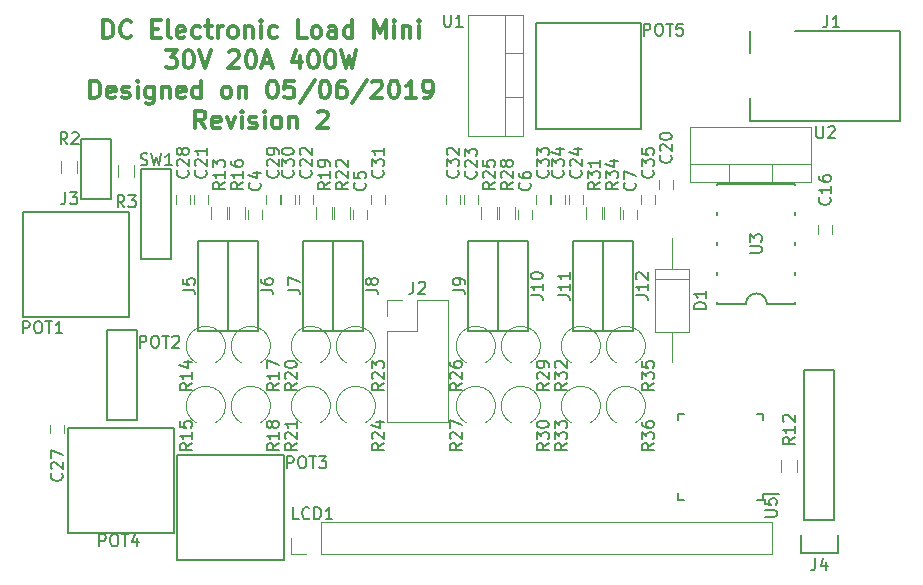
<source format=gbr>
G04 #@! TF.GenerationSoftware,KiCad,Pcbnew,(5.0.2)-1*
G04 #@! TF.CreationDate,2019-06-05T14:46:48+08:00*
G04 #@! TF.ProjectId,DC Electronic Load Mini,44432045-6c65-4637-9472-6f6e6963204c,rev?*
G04 #@! TF.SameCoordinates,Original*
G04 #@! TF.FileFunction,Legend,Top*
G04 #@! TF.FilePolarity,Positive*
%FSLAX46Y46*%
G04 Gerber Fmt 4.6, Leading zero omitted, Abs format (unit mm)*
G04 Created by KiCad (PCBNEW (5.0.2)-1) date 06/05/19 14:46:48*
%MOMM*%
%LPD*%
G01*
G04 APERTURE LIST*
%ADD10C,0.300000*%
%ADD11C,0.150000*%
%ADD12C,0.120000*%
G04 APERTURE END LIST*
D10*
X66886658Y-37444570D02*
X66886658Y-35944570D01*
X67243801Y-35944570D01*
X67458086Y-36015999D01*
X67600943Y-36158856D01*
X67672372Y-36301713D01*
X67743801Y-36587427D01*
X67743801Y-36801713D01*
X67672372Y-37087427D01*
X67600943Y-37230284D01*
X67458086Y-37373141D01*
X67243801Y-37444570D01*
X66886658Y-37444570D01*
X69243801Y-37301713D02*
X69172372Y-37373141D01*
X68958086Y-37444570D01*
X68815229Y-37444570D01*
X68600943Y-37373141D01*
X68458086Y-37230284D01*
X68386658Y-37087427D01*
X68315229Y-36801713D01*
X68315229Y-36587427D01*
X68386658Y-36301713D01*
X68458086Y-36158856D01*
X68600943Y-36015999D01*
X68815229Y-35944570D01*
X68958086Y-35944570D01*
X69172372Y-36015999D01*
X69243801Y-36087427D01*
X71029515Y-36658856D02*
X71529515Y-36658856D01*
X71743801Y-37444570D02*
X71029515Y-37444570D01*
X71029515Y-35944570D01*
X71743801Y-35944570D01*
X72600943Y-37444570D02*
X72458086Y-37373141D01*
X72386658Y-37230284D01*
X72386658Y-35944570D01*
X73743801Y-37373141D02*
X73600943Y-37444570D01*
X73315229Y-37444570D01*
X73172372Y-37373141D01*
X73100943Y-37230284D01*
X73100943Y-36658856D01*
X73172372Y-36515999D01*
X73315229Y-36444570D01*
X73600943Y-36444570D01*
X73743801Y-36515999D01*
X73815229Y-36658856D01*
X73815229Y-36801713D01*
X73100943Y-36944570D01*
X75100943Y-37373141D02*
X74958086Y-37444570D01*
X74672372Y-37444570D01*
X74529515Y-37373141D01*
X74458086Y-37301713D01*
X74386658Y-37158856D01*
X74386658Y-36730284D01*
X74458086Y-36587427D01*
X74529515Y-36515999D01*
X74672372Y-36444570D01*
X74958086Y-36444570D01*
X75100943Y-36515999D01*
X75529515Y-36444570D02*
X76100943Y-36444570D01*
X75743801Y-35944570D02*
X75743801Y-37230284D01*
X75815229Y-37373141D01*
X75958086Y-37444570D01*
X76100943Y-37444570D01*
X76600943Y-37444570D02*
X76600943Y-36444570D01*
X76600943Y-36730284D02*
X76672372Y-36587427D01*
X76743801Y-36515999D01*
X76886658Y-36444570D01*
X77029515Y-36444570D01*
X77743801Y-37444570D02*
X77600943Y-37373141D01*
X77529515Y-37301713D01*
X77458086Y-37158856D01*
X77458086Y-36730284D01*
X77529515Y-36587427D01*
X77600943Y-36515999D01*
X77743801Y-36444570D01*
X77958086Y-36444570D01*
X78100943Y-36515999D01*
X78172372Y-36587427D01*
X78243801Y-36730284D01*
X78243801Y-37158856D01*
X78172372Y-37301713D01*
X78100943Y-37373141D01*
X77958086Y-37444570D01*
X77743801Y-37444570D01*
X78886658Y-36444570D02*
X78886658Y-37444570D01*
X78886658Y-36587427D02*
X78958086Y-36515999D01*
X79100943Y-36444570D01*
X79315229Y-36444570D01*
X79458086Y-36515999D01*
X79529515Y-36658856D01*
X79529515Y-37444570D01*
X80243801Y-37444570D02*
X80243801Y-36444570D01*
X80243801Y-35944570D02*
X80172372Y-36015999D01*
X80243801Y-36087427D01*
X80315229Y-36015999D01*
X80243801Y-35944570D01*
X80243801Y-36087427D01*
X81600943Y-37373141D02*
X81458086Y-37444570D01*
X81172372Y-37444570D01*
X81029515Y-37373141D01*
X80958086Y-37301713D01*
X80886658Y-37158856D01*
X80886658Y-36730284D01*
X80958086Y-36587427D01*
X81029515Y-36515999D01*
X81172372Y-36444570D01*
X81458086Y-36444570D01*
X81600943Y-36515999D01*
X84100943Y-37444570D02*
X83386658Y-37444570D01*
X83386658Y-35944570D01*
X84815229Y-37444570D02*
X84672372Y-37373141D01*
X84600943Y-37301713D01*
X84529515Y-37158856D01*
X84529515Y-36730284D01*
X84600943Y-36587427D01*
X84672372Y-36515999D01*
X84815229Y-36444570D01*
X85029515Y-36444570D01*
X85172372Y-36515999D01*
X85243801Y-36587427D01*
X85315229Y-36730284D01*
X85315229Y-37158856D01*
X85243801Y-37301713D01*
X85172372Y-37373141D01*
X85029515Y-37444570D01*
X84815229Y-37444570D01*
X86600943Y-37444570D02*
X86600943Y-36658856D01*
X86529515Y-36515999D01*
X86386658Y-36444570D01*
X86100943Y-36444570D01*
X85958086Y-36515999D01*
X86600943Y-37373141D02*
X86458086Y-37444570D01*
X86100943Y-37444570D01*
X85958086Y-37373141D01*
X85886658Y-37230284D01*
X85886658Y-37087427D01*
X85958086Y-36944570D01*
X86100943Y-36873141D01*
X86458086Y-36873141D01*
X86600943Y-36801713D01*
X87958086Y-37444570D02*
X87958086Y-35944570D01*
X87958086Y-37373141D02*
X87815229Y-37444570D01*
X87529515Y-37444570D01*
X87386658Y-37373141D01*
X87315229Y-37301713D01*
X87243801Y-37158856D01*
X87243801Y-36730284D01*
X87315229Y-36587427D01*
X87386658Y-36515999D01*
X87529515Y-36444570D01*
X87815229Y-36444570D01*
X87958086Y-36515999D01*
X89815229Y-37444570D02*
X89815229Y-35944570D01*
X90315229Y-37015999D01*
X90815229Y-35944570D01*
X90815229Y-37444570D01*
X91529515Y-37444570D02*
X91529515Y-36444570D01*
X91529515Y-35944570D02*
X91458086Y-36015999D01*
X91529515Y-36087427D01*
X91600943Y-36015999D01*
X91529515Y-35944570D01*
X91529515Y-36087427D01*
X92243801Y-36444570D02*
X92243801Y-37444570D01*
X92243801Y-36587427D02*
X92315229Y-36515999D01*
X92458086Y-36444570D01*
X92672372Y-36444570D01*
X92815229Y-36515999D01*
X92886658Y-36658856D01*
X92886658Y-37444570D01*
X93600943Y-37444570D02*
X93600943Y-36444570D01*
X93600943Y-35944570D02*
X93529515Y-36015999D01*
X93600943Y-36087427D01*
X93672372Y-36015999D01*
X93600943Y-35944570D01*
X93600943Y-36087427D01*
X72172372Y-38494570D02*
X73100943Y-38494570D01*
X72600943Y-39065999D01*
X72815229Y-39065999D01*
X72958086Y-39137427D01*
X73029515Y-39208856D01*
X73100943Y-39351713D01*
X73100943Y-39708856D01*
X73029515Y-39851713D01*
X72958086Y-39923141D01*
X72815229Y-39994570D01*
X72386658Y-39994570D01*
X72243801Y-39923141D01*
X72172372Y-39851713D01*
X74029515Y-38494570D02*
X74172372Y-38494570D01*
X74315229Y-38565999D01*
X74386658Y-38637427D01*
X74458086Y-38780284D01*
X74529515Y-39065999D01*
X74529515Y-39423141D01*
X74458086Y-39708856D01*
X74386658Y-39851713D01*
X74315229Y-39923141D01*
X74172372Y-39994570D01*
X74029515Y-39994570D01*
X73886658Y-39923141D01*
X73815229Y-39851713D01*
X73743801Y-39708856D01*
X73672372Y-39423141D01*
X73672372Y-39065999D01*
X73743801Y-38780284D01*
X73815229Y-38637427D01*
X73886658Y-38565999D01*
X74029515Y-38494570D01*
X74958086Y-38494570D02*
X75458086Y-39994570D01*
X75958086Y-38494570D01*
X77529515Y-38637427D02*
X77600943Y-38565999D01*
X77743801Y-38494570D01*
X78100943Y-38494570D01*
X78243801Y-38565999D01*
X78315229Y-38637427D01*
X78386658Y-38780284D01*
X78386658Y-38923141D01*
X78315229Y-39137427D01*
X77458086Y-39994570D01*
X78386658Y-39994570D01*
X79315229Y-38494570D02*
X79458086Y-38494570D01*
X79600943Y-38565999D01*
X79672372Y-38637427D01*
X79743801Y-38780284D01*
X79815229Y-39065999D01*
X79815229Y-39423141D01*
X79743801Y-39708856D01*
X79672372Y-39851713D01*
X79600943Y-39923141D01*
X79458086Y-39994570D01*
X79315229Y-39994570D01*
X79172372Y-39923141D01*
X79100943Y-39851713D01*
X79029515Y-39708856D01*
X78958086Y-39423141D01*
X78958086Y-39065999D01*
X79029515Y-38780284D01*
X79100943Y-38637427D01*
X79172372Y-38565999D01*
X79315229Y-38494570D01*
X80386658Y-39565999D02*
X81100943Y-39565999D01*
X80243801Y-39994570D02*
X80743801Y-38494570D01*
X81243801Y-39994570D01*
X83529515Y-38994570D02*
X83529515Y-39994570D01*
X83172372Y-38423141D02*
X82815229Y-39494570D01*
X83743801Y-39494570D01*
X84600943Y-38494570D02*
X84743801Y-38494570D01*
X84886658Y-38565999D01*
X84958086Y-38637427D01*
X85029515Y-38780284D01*
X85100943Y-39065999D01*
X85100943Y-39423141D01*
X85029515Y-39708856D01*
X84958086Y-39851713D01*
X84886658Y-39923141D01*
X84743801Y-39994570D01*
X84600943Y-39994570D01*
X84458086Y-39923141D01*
X84386658Y-39851713D01*
X84315229Y-39708856D01*
X84243801Y-39423141D01*
X84243801Y-39065999D01*
X84315229Y-38780284D01*
X84386658Y-38637427D01*
X84458086Y-38565999D01*
X84600943Y-38494570D01*
X86029515Y-38494570D02*
X86172372Y-38494570D01*
X86315229Y-38565999D01*
X86386658Y-38637427D01*
X86458086Y-38780284D01*
X86529515Y-39065999D01*
X86529515Y-39423141D01*
X86458086Y-39708856D01*
X86386658Y-39851713D01*
X86315229Y-39923141D01*
X86172372Y-39994570D01*
X86029515Y-39994570D01*
X85886658Y-39923141D01*
X85815229Y-39851713D01*
X85743801Y-39708856D01*
X85672372Y-39423141D01*
X85672372Y-39065999D01*
X85743801Y-38780284D01*
X85815229Y-38637427D01*
X85886658Y-38565999D01*
X86029515Y-38494570D01*
X87029515Y-38494570D02*
X87386658Y-39994570D01*
X87672372Y-38923141D01*
X87958086Y-39994570D01*
X88315229Y-38494570D01*
X65779515Y-42544570D02*
X65779515Y-41044570D01*
X66136658Y-41044570D01*
X66350943Y-41115999D01*
X66493801Y-41258856D01*
X66565229Y-41401713D01*
X66636658Y-41687427D01*
X66636658Y-41901713D01*
X66565229Y-42187427D01*
X66493801Y-42330284D01*
X66350943Y-42473141D01*
X66136658Y-42544570D01*
X65779515Y-42544570D01*
X67850943Y-42473141D02*
X67708086Y-42544570D01*
X67422372Y-42544570D01*
X67279515Y-42473141D01*
X67208086Y-42330284D01*
X67208086Y-41758856D01*
X67279515Y-41615999D01*
X67422372Y-41544570D01*
X67708086Y-41544570D01*
X67850943Y-41615999D01*
X67922372Y-41758856D01*
X67922372Y-41901713D01*
X67208086Y-42044570D01*
X68493801Y-42473141D02*
X68636658Y-42544570D01*
X68922372Y-42544570D01*
X69065229Y-42473141D01*
X69136658Y-42330284D01*
X69136658Y-42258856D01*
X69065229Y-42115999D01*
X68922372Y-42044570D01*
X68708086Y-42044570D01*
X68565229Y-41973141D01*
X68493801Y-41830284D01*
X68493801Y-41758856D01*
X68565229Y-41615999D01*
X68708086Y-41544570D01*
X68922372Y-41544570D01*
X69065229Y-41615999D01*
X69779515Y-42544570D02*
X69779515Y-41544570D01*
X69779515Y-41044570D02*
X69708086Y-41115999D01*
X69779515Y-41187427D01*
X69850943Y-41115999D01*
X69779515Y-41044570D01*
X69779515Y-41187427D01*
X71136658Y-41544570D02*
X71136658Y-42758856D01*
X71065229Y-42901713D01*
X70993801Y-42973141D01*
X70850943Y-43044570D01*
X70636658Y-43044570D01*
X70493801Y-42973141D01*
X71136658Y-42473141D02*
X70993801Y-42544570D01*
X70708086Y-42544570D01*
X70565229Y-42473141D01*
X70493801Y-42401713D01*
X70422372Y-42258856D01*
X70422372Y-41830284D01*
X70493801Y-41687427D01*
X70565229Y-41615999D01*
X70708086Y-41544570D01*
X70993801Y-41544570D01*
X71136658Y-41615999D01*
X71850943Y-41544570D02*
X71850943Y-42544570D01*
X71850943Y-41687427D02*
X71922372Y-41615999D01*
X72065229Y-41544570D01*
X72279515Y-41544570D01*
X72422372Y-41615999D01*
X72493801Y-41758856D01*
X72493801Y-42544570D01*
X73779515Y-42473141D02*
X73636658Y-42544570D01*
X73350943Y-42544570D01*
X73208086Y-42473141D01*
X73136658Y-42330284D01*
X73136658Y-41758856D01*
X73208086Y-41615999D01*
X73350943Y-41544570D01*
X73636658Y-41544570D01*
X73779515Y-41615999D01*
X73850943Y-41758856D01*
X73850943Y-41901713D01*
X73136658Y-42044570D01*
X75136658Y-42544570D02*
X75136658Y-41044570D01*
X75136658Y-42473141D02*
X74993801Y-42544570D01*
X74708086Y-42544570D01*
X74565229Y-42473141D01*
X74493801Y-42401713D01*
X74422372Y-42258856D01*
X74422372Y-41830284D01*
X74493801Y-41687427D01*
X74565229Y-41615999D01*
X74708086Y-41544570D01*
X74993801Y-41544570D01*
X75136658Y-41615999D01*
X77208086Y-42544570D02*
X77065229Y-42473141D01*
X76993801Y-42401713D01*
X76922372Y-42258856D01*
X76922372Y-41830284D01*
X76993801Y-41687427D01*
X77065229Y-41615999D01*
X77208086Y-41544570D01*
X77422372Y-41544570D01*
X77565229Y-41615999D01*
X77636658Y-41687427D01*
X77708086Y-41830284D01*
X77708086Y-42258856D01*
X77636658Y-42401713D01*
X77565229Y-42473141D01*
X77422372Y-42544570D01*
X77208086Y-42544570D01*
X78350943Y-41544570D02*
X78350943Y-42544570D01*
X78350943Y-41687427D02*
X78422372Y-41615999D01*
X78565229Y-41544570D01*
X78779515Y-41544570D01*
X78922372Y-41615999D01*
X78993801Y-41758856D01*
X78993801Y-42544570D01*
X81136658Y-41044570D02*
X81279515Y-41044570D01*
X81422372Y-41115999D01*
X81493801Y-41187427D01*
X81565229Y-41330284D01*
X81636658Y-41615999D01*
X81636658Y-41973141D01*
X81565229Y-42258856D01*
X81493801Y-42401713D01*
X81422372Y-42473141D01*
X81279515Y-42544570D01*
X81136658Y-42544570D01*
X80993801Y-42473141D01*
X80922372Y-42401713D01*
X80850943Y-42258856D01*
X80779515Y-41973141D01*
X80779515Y-41615999D01*
X80850943Y-41330284D01*
X80922372Y-41187427D01*
X80993801Y-41115999D01*
X81136658Y-41044570D01*
X82993801Y-41044570D02*
X82279515Y-41044570D01*
X82208086Y-41758856D01*
X82279515Y-41687427D01*
X82422372Y-41615999D01*
X82779515Y-41615999D01*
X82922372Y-41687427D01*
X82993801Y-41758856D01*
X83065229Y-41901713D01*
X83065229Y-42258856D01*
X82993801Y-42401713D01*
X82922372Y-42473141D01*
X82779515Y-42544570D01*
X82422372Y-42544570D01*
X82279515Y-42473141D01*
X82208086Y-42401713D01*
X84779515Y-40973141D02*
X83493801Y-42901713D01*
X85565229Y-41044570D02*
X85708086Y-41044570D01*
X85850943Y-41115999D01*
X85922372Y-41187427D01*
X85993801Y-41330284D01*
X86065229Y-41615999D01*
X86065229Y-41973141D01*
X85993801Y-42258856D01*
X85922372Y-42401713D01*
X85850943Y-42473141D01*
X85708086Y-42544570D01*
X85565229Y-42544570D01*
X85422372Y-42473141D01*
X85350943Y-42401713D01*
X85279515Y-42258856D01*
X85208086Y-41973141D01*
X85208086Y-41615999D01*
X85279515Y-41330284D01*
X85350943Y-41187427D01*
X85422372Y-41115999D01*
X85565229Y-41044570D01*
X87350943Y-41044570D02*
X87065229Y-41044570D01*
X86922372Y-41115999D01*
X86850943Y-41187427D01*
X86708086Y-41401713D01*
X86636658Y-41687427D01*
X86636658Y-42258856D01*
X86708086Y-42401713D01*
X86779515Y-42473141D01*
X86922372Y-42544570D01*
X87208086Y-42544570D01*
X87350943Y-42473141D01*
X87422372Y-42401713D01*
X87493801Y-42258856D01*
X87493801Y-41901713D01*
X87422372Y-41758856D01*
X87350943Y-41687427D01*
X87208086Y-41615999D01*
X86922372Y-41615999D01*
X86779515Y-41687427D01*
X86708086Y-41758856D01*
X86636658Y-41901713D01*
X89208086Y-40973141D02*
X87922372Y-42901713D01*
X89636658Y-41187427D02*
X89708086Y-41115999D01*
X89850943Y-41044570D01*
X90208086Y-41044570D01*
X90350943Y-41115999D01*
X90422372Y-41187427D01*
X90493801Y-41330284D01*
X90493801Y-41473141D01*
X90422372Y-41687427D01*
X89565229Y-42544570D01*
X90493801Y-42544570D01*
X91422372Y-41044570D02*
X91565229Y-41044570D01*
X91708086Y-41115999D01*
X91779515Y-41187427D01*
X91850943Y-41330284D01*
X91922372Y-41615999D01*
X91922372Y-41973141D01*
X91850943Y-42258856D01*
X91779515Y-42401713D01*
X91708086Y-42473141D01*
X91565229Y-42544570D01*
X91422372Y-42544570D01*
X91279515Y-42473141D01*
X91208086Y-42401713D01*
X91136658Y-42258856D01*
X91065229Y-41973141D01*
X91065229Y-41615999D01*
X91136658Y-41330284D01*
X91208086Y-41187427D01*
X91279515Y-41115999D01*
X91422372Y-41044570D01*
X93350943Y-42544570D02*
X92493801Y-42544570D01*
X92922372Y-42544570D02*
X92922372Y-41044570D01*
X92779515Y-41258856D01*
X92636658Y-41401713D01*
X92493801Y-41473141D01*
X94065229Y-42544570D02*
X94350943Y-42544570D01*
X94493801Y-42473141D01*
X94565229Y-42401713D01*
X94708086Y-42187427D01*
X94779515Y-41901713D01*
X94779515Y-41330284D01*
X94708086Y-41187427D01*
X94636658Y-41115999D01*
X94493801Y-41044570D01*
X94208086Y-41044570D01*
X94065229Y-41115999D01*
X93993801Y-41187427D01*
X93922372Y-41330284D01*
X93922372Y-41687427D01*
X93993801Y-41830284D01*
X94065229Y-41901713D01*
X94208086Y-41973141D01*
X94493801Y-41973141D01*
X94636658Y-41901713D01*
X94708086Y-41830284D01*
X94779515Y-41687427D01*
X75529515Y-45094570D02*
X75029515Y-44380284D01*
X74672372Y-45094570D02*
X74672372Y-43594570D01*
X75243801Y-43594570D01*
X75386658Y-43665999D01*
X75458086Y-43737427D01*
X75529515Y-43880284D01*
X75529515Y-44094570D01*
X75458086Y-44237427D01*
X75386658Y-44308856D01*
X75243801Y-44380284D01*
X74672372Y-44380284D01*
X76743801Y-45023141D02*
X76600943Y-45094570D01*
X76315229Y-45094570D01*
X76172372Y-45023141D01*
X76100943Y-44880284D01*
X76100943Y-44308856D01*
X76172372Y-44165999D01*
X76315229Y-44094570D01*
X76600943Y-44094570D01*
X76743801Y-44165999D01*
X76815229Y-44308856D01*
X76815229Y-44451713D01*
X76100943Y-44594570D01*
X77315229Y-44094570D02*
X77672372Y-45094570D01*
X78029515Y-44094570D01*
X78600943Y-45094570D02*
X78600943Y-44094570D01*
X78600943Y-43594570D02*
X78529515Y-43665999D01*
X78600943Y-43737427D01*
X78672372Y-43665999D01*
X78600943Y-43594570D01*
X78600943Y-43737427D01*
X79243801Y-45023141D02*
X79386658Y-45094570D01*
X79672372Y-45094570D01*
X79815229Y-45023141D01*
X79886658Y-44880284D01*
X79886658Y-44808856D01*
X79815229Y-44665999D01*
X79672372Y-44594570D01*
X79458086Y-44594570D01*
X79315229Y-44523141D01*
X79243801Y-44380284D01*
X79243801Y-44308856D01*
X79315229Y-44165999D01*
X79458086Y-44094570D01*
X79672372Y-44094570D01*
X79815229Y-44165999D01*
X80529515Y-45094570D02*
X80529515Y-44094570D01*
X80529515Y-43594570D02*
X80458086Y-43665999D01*
X80529515Y-43737427D01*
X80600943Y-43665999D01*
X80529515Y-43594570D01*
X80529515Y-43737427D01*
X81458086Y-45094570D02*
X81315229Y-45023141D01*
X81243801Y-44951713D01*
X81172372Y-44808856D01*
X81172372Y-44380284D01*
X81243801Y-44237427D01*
X81315229Y-44165999D01*
X81458086Y-44094570D01*
X81672372Y-44094570D01*
X81815229Y-44165999D01*
X81886658Y-44237427D01*
X81958086Y-44380284D01*
X81958086Y-44808856D01*
X81886658Y-44951713D01*
X81815229Y-45023141D01*
X81672372Y-45094570D01*
X81458086Y-45094570D01*
X82600943Y-44094570D02*
X82600943Y-45094570D01*
X82600943Y-44237427D02*
X82672372Y-44165999D01*
X82815229Y-44094570D01*
X83029515Y-44094570D01*
X83172372Y-44165999D01*
X83243801Y-44308856D01*
X83243801Y-45094570D01*
X85029515Y-43737427D02*
X85100943Y-43665999D01*
X85243801Y-43594570D01*
X85600943Y-43594570D01*
X85743801Y-43665999D01*
X85815229Y-43737427D01*
X85886658Y-43880284D01*
X85886658Y-44023141D01*
X85815229Y-44237427D01*
X84958086Y-45094570D01*
X85886658Y-45094570D01*
D11*
G04 #@! TO.C,POT5*
X103865801Y-45162999D02*
X111993801Y-45162999D01*
X104119801Y-36145999D02*
X111739801Y-36145999D01*
X112374801Y-38812999D02*
X112374801Y-45162999D01*
X103484801Y-38812999D02*
X103484801Y-45162999D01*
X103484801Y-36145999D02*
X104246801Y-36145999D01*
X103484801Y-45162999D02*
X103484801Y-36145999D01*
X112374801Y-45162999D02*
X103484801Y-45162999D01*
X112374801Y-36145999D02*
X112374801Y-45162999D01*
X111739801Y-36145999D02*
X112374801Y-36145999D01*
D12*
G04 #@! TO.C,D1*
X116451801Y-57820999D02*
X113631801Y-57820999D01*
X115041801Y-64910999D02*
X115041801Y-62300999D01*
X115041801Y-54370999D02*
X115041801Y-56980999D01*
X116451801Y-62300999D02*
X116451801Y-56980999D01*
X113631801Y-62300999D02*
X116451801Y-62300999D01*
X113631801Y-56980999D02*
X113631801Y-62300999D01*
X116451801Y-56980999D02*
X113631801Y-56980999D01*
G04 #@! TO.C,R15*
X74765578Y-70034828D02*
G75*
G02X76365000Y-70034510I799422J1454828D01*
G01*
D11*
G04 #@! TO.C,POT3*
X73152000Y-73152000D02*
X73152000Y-81280000D01*
X82169000Y-73406000D02*
X82169000Y-81026000D01*
X79502000Y-81661000D02*
X73152000Y-81661000D01*
X79502000Y-72771000D02*
X73152000Y-72771000D01*
X82169000Y-72771000D02*
X82169000Y-73533000D01*
X73152000Y-72771000D02*
X82169000Y-72771000D01*
X73152000Y-81661000D02*
X73152000Y-72771000D01*
X82169000Y-81661000D02*
X73152000Y-81661000D01*
X82169000Y-81026000D02*
X82169000Y-81661000D01*
D12*
G04 #@! TO.C,C4*
X80356000Y-52040000D02*
X80356000Y-52740000D01*
X79156000Y-52740000D02*
X79156000Y-52040000D01*
G04 #@! TO.C,C5*
X88046000Y-52740000D02*
X88046000Y-52040000D01*
X89246000Y-52040000D02*
X89246000Y-52740000D01*
G04 #@! TO.C,C6*
X103216000Y-52040000D02*
X103216000Y-52740000D01*
X102016000Y-52740000D02*
X102016000Y-52040000D01*
G04 #@! TO.C,C7*
X110906000Y-52740000D02*
X110906000Y-52040000D01*
X112106000Y-52040000D02*
X112106000Y-52740000D01*
G04 #@! TO.C,C16*
X128616000Y-53310000D02*
X128616000Y-54010000D01*
X127416000Y-54010000D02*
X127416000Y-53310000D01*
G04 #@! TO.C,C20*
X113954000Y-50200000D02*
X113954000Y-49500000D01*
X115154000Y-49500000D02*
X115154000Y-50200000D01*
G04 #@! TO.C,C21*
X74584000Y-51470000D02*
X74584000Y-50770000D01*
X75784000Y-50770000D02*
X75784000Y-51470000D01*
G04 #@! TO.C,C22*
X83474000Y-51470000D02*
X83474000Y-50770000D01*
X84674000Y-50770000D02*
X84674000Y-51470000D01*
G04 #@! TO.C,C23*
X98644000Y-50770000D02*
X98644000Y-51470000D01*
X97444000Y-51470000D02*
X97444000Y-50770000D01*
G04 #@! TO.C,C24*
X106334000Y-51470000D02*
X106334000Y-50770000D01*
X107534000Y-50770000D02*
X107534000Y-51470000D01*
G04 #@! TO.C,C27*
X62392000Y-70896000D02*
X62392000Y-70196000D01*
X63592000Y-70196000D02*
X63592000Y-70896000D01*
G04 #@! TO.C,C28*
X73060000Y-51470000D02*
X73060000Y-50770000D01*
X74260000Y-50770000D02*
X74260000Y-51470000D01*
G04 #@! TO.C,C29*
X80680000Y-51470000D02*
X80680000Y-50770000D01*
X81880000Y-50770000D02*
X81880000Y-51470000D01*
G04 #@! TO.C,C30*
X83150000Y-50770000D02*
X83150000Y-51470000D01*
X81950000Y-51470000D02*
X81950000Y-50770000D01*
G04 #@! TO.C,C31*
X90770000Y-50770000D02*
X90770000Y-51470000D01*
X89570000Y-51470000D02*
X89570000Y-50770000D01*
G04 #@! TO.C,C32*
X95920000Y-51470000D02*
X95920000Y-50770000D01*
X97120000Y-50770000D02*
X97120000Y-51470000D01*
G04 #@! TO.C,C33*
X104740000Y-50770000D02*
X104740000Y-51470000D01*
X103540000Y-51470000D02*
X103540000Y-50770000D01*
G04 #@! TO.C,C34*
X106010000Y-50770000D02*
X106010000Y-51470000D01*
X104810000Y-51470000D02*
X104810000Y-50770000D01*
G04 #@! TO.C,C35*
X112430000Y-51470000D02*
X112430000Y-50770000D01*
X113630000Y-50770000D02*
X113630000Y-51470000D01*
D11*
G04 #@! TO.C,J1*
X134366000Y-36830000D02*
X125476000Y-36830000D01*
X134366000Y-44450000D02*
X134366000Y-36830000D01*
X121666000Y-44450000D02*
X134366000Y-44450000D01*
X121666000Y-43180000D02*
X121666000Y-44450000D01*
X121666000Y-36830000D02*
X121666000Y-38735000D01*
X121666000Y-42545000D02*
X121666000Y-43180000D01*
D12*
G04 #@! TO.C,J2*
X90872000Y-59630000D02*
X92202000Y-59630000D01*
X90872000Y-60960000D02*
X90872000Y-59630000D01*
X93472000Y-59630000D02*
X96072000Y-59630000D01*
X93472000Y-62230000D02*
X93472000Y-59630000D01*
X90872000Y-62230000D02*
X93472000Y-62230000D01*
X96072000Y-59630000D02*
X96072000Y-69910000D01*
X90872000Y-62230000D02*
X90872000Y-69910000D01*
X90872000Y-69910000D02*
X96072000Y-69910000D01*
D11*
G04 #@! TO.C,J3*
X65024000Y-51054000D02*
X67564000Y-51054000D01*
X65024000Y-45974000D02*
X65024000Y-51054000D01*
X67564000Y-45974000D02*
X65024000Y-45974000D01*
X67564000Y-51054000D02*
X67564000Y-45974000D01*
G04 #@! TO.C,J4*
X129058000Y-81052000D02*
X125958000Y-81052000D01*
X129058000Y-79502000D02*
X129058000Y-81052000D01*
X126238000Y-78232000D02*
X128778000Y-78232000D01*
X125958000Y-81052000D02*
X125958000Y-79502000D01*
X128778000Y-65532000D02*
X128778000Y-78232000D01*
X126238000Y-65532000D02*
X128778000Y-65532000D01*
X126238000Y-78232000D02*
X126238000Y-65532000D01*
G04 #@! TO.C,J5*
X77470000Y-54610000D02*
X74930000Y-54610000D01*
X74930000Y-54610000D02*
X74930000Y-62230000D01*
X74930000Y-62230000D02*
X77470000Y-62230000D01*
X77470000Y-62230000D02*
X77470000Y-54610000D01*
G04 #@! TO.C,J6*
X80010000Y-62230000D02*
X80010000Y-54610000D01*
X77470000Y-62230000D02*
X80010000Y-62230000D01*
X77470000Y-54610000D02*
X77470000Y-62230000D01*
X80010000Y-54610000D02*
X77470000Y-54610000D01*
G04 #@! TO.C,J7*
X86360000Y-62230000D02*
X86360000Y-54610000D01*
X83820000Y-62230000D02*
X86360000Y-62230000D01*
X83820000Y-54610000D02*
X83820000Y-62230000D01*
X86360000Y-54610000D02*
X83820000Y-54610000D01*
G04 #@! TO.C,J8*
X88900000Y-54610000D02*
X86360000Y-54610000D01*
X86360000Y-54610000D02*
X86360000Y-62230000D01*
X86360000Y-62230000D02*
X88900000Y-62230000D01*
X88900000Y-62230000D02*
X88900000Y-54610000D01*
G04 #@! TO.C,J9*
X100330000Y-54610000D02*
X97790000Y-54610000D01*
X97790000Y-54610000D02*
X97790000Y-62230000D01*
X97790000Y-62230000D02*
X100330000Y-62230000D01*
X100330000Y-62230000D02*
X100330000Y-54610000D01*
G04 #@! TO.C,J10*
X102870000Y-54610000D02*
X100330000Y-54610000D01*
X100330000Y-54610000D02*
X100330000Y-62230000D01*
X100330000Y-62230000D02*
X102870000Y-62230000D01*
X102870000Y-62230000D02*
X102870000Y-54610000D01*
G04 #@! TO.C,J11*
X109220000Y-62230000D02*
X109220000Y-54610000D01*
X106680000Y-62230000D02*
X109220000Y-62230000D01*
X106680000Y-54610000D02*
X106680000Y-62230000D01*
X109220000Y-54610000D02*
X106680000Y-54610000D01*
G04 #@! TO.C,J12*
X111760000Y-54610000D02*
X109220000Y-54610000D01*
X109220000Y-54610000D02*
X109220000Y-62230000D01*
X109220000Y-62230000D02*
X111760000Y-62230000D01*
X111760000Y-62230000D02*
X111760000Y-54610000D01*
D12*
G04 #@! TO.C,LCD1*
X82744000Y-81086000D02*
X82744000Y-79756000D01*
X84074000Y-81086000D02*
X82744000Y-81086000D01*
X85344000Y-81086000D02*
X85344000Y-78426000D01*
X85344000Y-78426000D02*
X123504000Y-78426000D01*
X85344000Y-81086000D02*
X123504000Y-81086000D01*
X123504000Y-81086000D02*
X123504000Y-78426000D01*
D11*
G04 #@! TO.C,POT1*
X69088000Y-60452000D02*
X69088000Y-61087000D01*
X69088000Y-61087000D02*
X60071000Y-61087000D01*
X60071000Y-61087000D02*
X60071000Y-52197000D01*
X60071000Y-52197000D02*
X69088000Y-52197000D01*
X69088000Y-52197000D02*
X69088000Y-52959000D01*
X66421000Y-52197000D02*
X60071000Y-52197000D01*
X66421000Y-61087000D02*
X60071000Y-61087000D01*
X69088000Y-52832000D02*
X69088000Y-60452000D01*
X60071000Y-52578000D02*
X60071000Y-60706000D01*
G04 #@! TO.C,POT4*
X63860801Y-71120000D02*
X63860801Y-70485000D01*
X63860801Y-70485000D02*
X72877801Y-70485000D01*
X72877801Y-70485000D02*
X72877801Y-79375000D01*
X72877801Y-79375000D02*
X63860801Y-79375000D01*
X63860801Y-79375000D02*
X63860801Y-78613000D01*
X66527801Y-79375000D02*
X72877801Y-79375000D01*
X66527801Y-70485000D02*
X72877801Y-70485000D01*
X63860801Y-78740000D02*
X63860801Y-71120000D01*
X72877801Y-78994000D02*
X72877801Y-70866000D01*
D12*
G04 #@! TO.C,R2*
X64688000Y-47844000D02*
X64688000Y-48844000D01*
X63328000Y-48844000D02*
X63328000Y-47844000D01*
G04 #@! TO.C,R3*
X69514000Y-48184000D02*
X69514000Y-49184000D01*
X68154000Y-49184000D02*
X68154000Y-48184000D01*
G04 #@! TO.C,R12*
X125648000Y-73160000D02*
X125648000Y-74160000D01*
X124288000Y-74160000D02*
X124288000Y-73160000D01*
G04 #@! TO.C,R13*
X77388000Y-51740000D02*
X77388000Y-52740000D01*
X76028000Y-52740000D02*
X76028000Y-51740000D01*
G04 #@! TO.C,R14*
X74765578Y-64954828D02*
G75*
G02X76365000Y-64954510I799422J1454828D01*
G01*
G04 #@! TO.C,R16*
X77552000Y-52740000D02*
X77552000Y-51740000D01*
X78912000Y-51740000D02*
X78912000Y-52740000D01*
G04 #@! TO.C,R17*
X78575578Y-64954828D02*
G75*
G02X80175000Y-64954510I799422J1454828D01*
G01*
G04 #@! TO.C,R18*
X78575578Y-70034828D02*
G75*
G02X80175000Y-70034510I799422J1454828D01*
G01*
G04 #@! TO.C,R19*
X84918000Y-52740000D02*
X84918000Y-51740000D01*
X86278000Y-51740000D02*
X86278000Y-52740000D01*
G04 #@! TO.C,R20*
X83655578Y-64954828D02*
G75*
G02X85255000Y-64954510I799422J1454828D01*
G01*
G04 #@! TO.C,R21*
X83655578Y-70034828D02*
G75*
G02X85255000Y-70034510I799422J1454828D01*
G01*
G04 #@! TO.C,R22*
X86442000Y-52740000D02*
X86442000Y-51740000D01*
X87802000Y-51740000D02*
X87802000Y-52740000D01*
G04 #@! TO.C,R23*
X87465578Y-64954828D02*
G75*
G02X89065000Y-64954510I799422J1454828D01*
G01*
G04 #@! TO.C,R24*
X87465578Y-70034828D02*
G75*
G02X89065000Y-70034510I799422J1454828D01*
G01*
G04 #@! TO.C,R25*
X100248000Y-51740000D02*
X100248000Y-52740000D01*
X98888000Y-52740000D02*
X98888000Y-51740000D01*
G04 #@! TO.C,R26*
X97625578Y-64954828D02*
G75*
G02X99225000Y-64954510I799422J1454828D01*
G01*
G04 #@! TO.C,R27*
X97625578Y-70034828D02*
G75*
G02X99225000Y-70034510I799422J1454828D01*
G01*
G04 #@! TO.C,R28*
X101772000Y-51740000D02*
X101772000Y-52740000D01*
X100412000Y-52740000D02*
X100412000Y-51740000D01*
G04 #@! TO.C,R29*
X101435578Y-64954828D02*
G75*
G02X103035000Y-64954510I799422J1454828D01*
G01*
G04 #@! TO.C,R30*
X101435578Y-70034828D02*
G75*
G02X103035000Y-70034510I799422J1454828D01*
G01*
G04 #@! TO.C,R31*
X109138000Y-51740000D02*
X109138000Y-52740000D01*
X107778000Y-52740000D02*
X107778000Y-51740000D01*
G04 #@! TO.C,R32*
X106515578Y-64954828D02*
G75*
G02X108115000Y-64954510I799422J1454828D01*
G01*
G04 #@! TO.C,R33*
X106515578Y-70034828D02*
G75*
G02X108115000Y-70034510I799422J1454828D01*
G01*
G04 #@! TO.C,R34*
X109302000Y-52740000D02*
X109302000Y-51740000D01*
X110662000Y-51740000D02*
X110662000Y-52740000D01*
G04 #@! TO.C,R35*
X110325578Y-64954828D02*
G75*
G02X111925000Y-64954510I799422J1454828D01*
G01*
G04 #@! TO.C,R36*
X110325578Y-70034828D02*
G75*
G02X111925000Y-70034510I799422J1454828D01*
G01*
D11*
G04 #@! TO.C,SW1*
X72644000Y-56134000D02*
X72644000Y-48514000D01*
X70104000Y-56134000D02*
X72644000Y-56134000D01*
X70104000Y-48514000D02*
X70104000Y-56134000D01*
X72644000Y-48514000D02*
X70104000Y-48514000D01*
D12*
G04 #@! TO.C,U1*
X102421801Y-42441999D02*
X100911801Y-42441999D01*
X102421801Y-38740999D02*
X100911801Y-38740999D01*
X100911801Y-35470999D02*
X100911801Y-45710999D01*
X102421801Y-45710999D02*
X97780801Y-45710999D01*
X102421801Y-35470999D02*
X97780801Y-35470999D01*
X97780801Y-35470999D02*
X97780801Y-45710999D01*
X102421801Y-35470999D02*
X102421801Y-45710999D01*
G04 #@! TO.C,U2*
X126786000Y-49610000D02*
X116546000Y-49610000D01*
X126786000Y-44969000D02*
X116546000Y-44969000D01*
X126786000Y-49610000D02*
X126786000Y-44969000D01*
X116546000Y-49610000D02*
X116546000Y-44969000D01*
X126786000Y-48100000D02*
X116546000Y-48100000D01*
X123516000Y-49610000D02*
X123516000Y-48100000D01*
X119815000Y-49610000D02*
X119815000Y-48100000D01*
D11*
G04 #@! TO.C,U3*
X125476000Y-49784000D02*
X118872000Y-49784000D01*
X118872000Y-57531000D02*
X118872000Y-57277000D01*
X118872000Y-54991000D02*
X118872000Y-54737000D01*
X118872000Y-52451000D02*
X118872000Y-52197000D01*
X118872000Y-49784000D02*
X118872000Y-49911000D01*
X118872000Y-59944000D02*
X118872000Y-59817000D01*
X125476000Y-59944000D02*
X125476000Y-59817000D01*
X125476000Y-57531000D02*
X125476000Y-57277000D01*
X125476000Y-54991000D02*
X125476000Y-54737000D01*
X125476000Y-52451000D02*
X125476000Y-52197000D01*
X125476000Y-49784000D02*
X125476000Y-49911000D01*
X122174000Y-59055000D02*
G75*
G03X121285000Y-59944000I0J-889000D01*
G01*
X123063000Y-59944000D02*
G75*
G03X122174000Y-59055000I-889000J0D01*
G01*
X121285000Y-59944000D02*
X118872000Y-59944000D01*
X123063000Y-59944000D02*
X125476000Y-59944000D01*
G04 #@! TO.C,U5*
X122751000Y-76073000D02*
X124126000Y-76073000D01*
X115501000Y-76523000D02*
X116026000Y-76523000D01*
X115501000Y-69273000D02*
X116026000Y-69273000D01*
X122751000Y-69273000D02*
X122226000Y-69273000D01*
X122751000Y-76523000D02*
X122226000Y-76523000D01*
X122751000Y-69273000D02*
X122751000Y-69798000D01*
X115501000Y-69273000D02*
X115501000Y-69798000D01*
X115501000Y-76523000D02*
X115501000Y-75998000D01*
X122751000Y-76523000D02*
X122751000Y-76073000D01*
G04 #@! TO.C,POT2*
X69723000Y-69800999D02*
X69723000Y-62180999D01*
X67183000Y-69800999D02*
X69723000Y-69800999D01*
X67183000Y-62180999D02*
X67183000Y-69800999D01*
X69723000Y-62180999D02*
X67183000Y-62180999D01*
G04 #@! TO.C,POT5*
X112636943Y-37233379D02*
X112636943Y-36233379D01*
X113017896Y-36233379D01*
X113113134Y-36280999D01*
X113160753Y-36328618D01*
X113208372Y-36423856D01*
X113208372Y-36566713D01*
X113160753Y-36661951D01*
X113113134Y-36709570D01*
X113017896Y-36757189D01*
X112636943Y-36757189D01*
X113827420Y-36233379D02*
X114017896Y-36233379D01*
X114113134Y-36280999D01*
X114208372Y-36376237D01*
X114255991Y-36566713D01*
X114255991Y-36900046D01*
X114208372Y-37090522D01*
X114113134Y-37185760D01*
X114017896Y-37233379D01*
X113827420Y-37233379D01*
X113732181Y-37185760D01*
X113636943Y-37090522D01*
X113589324Y-36900046D01*
X113589324Y-36566713D01*
X113636943Y-36376237D01*
X113732181Y-36280999D01*
X113827420Y-36233379D01*
X114541705Y-36233379D02*
X115113134Y-36233379D01*
X114827420Y-37233379D02*
X114827420Y-36233379D01*
X115922658Y-36233379D02*
X115446467Y-36233379D01*
X115398848Y-36709570D01*
X115446467Y-36661951D01*
X115541705Y-36614332D01*
X115779801Y-36614332D01*
X115875039Y-36661951D01*
X115922658Y-36709570D01*
X115970277Y-36804808D01*
X115970277Y-37042903D01*
X115922658Y-37138141D01*
X115875039Y-37185760D01*
X115779801Y-37233379D01*
X115541705Y-37233379D01*
X115446467Y-37185760D01*
X115398848Y-37138141D01*
G04 #@! TO.C,D1*
X117904181Y-60379094D02*
X116904181Y-60379094D01*
X116904181Y-60140999D01*
X116951801Y-59998141D01*
X117047039Y-59902903D01*
X117142277Y-59855284D01*
X117332753Y-59807665D01*
X117475610Y-59807665D01*
X117666086Y-59855284D01*
X117761324Y-59902903D01*
X117856562Y-59998141D01*
X117904181Y-60140999D01*
X117904181Y-60379094D01*
X117904181Y-58855284D02*
X117904181Y-59426713D01*
X117904181Y-59140999D02*
X116904181Y-59140999D01*
X117047039Y-59236237D01*
X117142277Y-59331475D01*
X117189896Y-59426713D01*
G04 #@! TO.C,R15*
X74366380Y-71762857D02*
X73890190Y-72096190D01*
X74366380Y-72334285D02*
X73366380Y-72334285D01*
X73366380Y-71953333D01*
X73414000Y-71858095D01*
X73461619Y-71810476D01*
X73556857Y-71762857D01*
X73699714Y-71762857D01*
X73794952Y-71810476D01*
X73842571Y-71858095D01*
X73890190Y-71953333D01*
X73890190Y-72334285D01*
X74366380Y-70810476D02*
X74366380Y-71381904D01*
X74366380Y-71096190D02*
X73366380Y-71096190D01*
X73509238Y-71191428D01*
X73604476Y-71286666D01*
X73652095Y-71381904D01*
X73366380Y-69905714D02*
X73366380Y-70381904D01*
X73842571Y-70429523D01*
X73794952Y-70381904D01*
X73747333Y-70286666D01*
X73747333Y-70048571D01*
X73794952Y-69953333D01*
X73842571Y-69905714D01*
X73937809Y-69858095D01*
X74175904Y-69858095D01*
X74271142Y-69905714D01*
X74318761Y-69953333D01*
X74366380Y-70048571D01*
X74366380Y-70286666D01*
X74318761Y-70381904D01*
X74271142Y-70429523D01*
G04 #@! TO.C,POT3*
X82431142Y-73858380D02*
X82431142Y-72858380D01*
X82812095Y-72858380D01*
X82907333Y-72906000D01*
X82954952Y-72953619D01*
X83002571Y-73048857D01*
X83002571Y-73191714D01*
X82954952Y-73286952D01*
X82907333Y-73334571D01*
X82812095Y-73382190D01*
X82431142Y-73382190D01*
X83621619Y-72858380D02*
X83812095Y-72858380D01*
X83907333Y-72906000D01*
X84002571Y-73001238D01*
X84050190Y-73191714D01*
X84050190Y-73525047D01*
X84002571Y-73715523D01*
X83907333Y-73810761D01*
X83812095Y-73858380D01*
X83621619Y-73858380D01*
X83526380Y-73810761D01*
X83431142Y-73715523D01*
X83383523Y-73525047D01*
X83383523Y-73191714D01*
X83431142Y-73001238D01*
X83526380Y-72906000D01*
X83621619Y-72858380D01*
X84335904Y-72858380D02*
X84907333Y-72858380D01*
X84621619Y-73858380D02*
X84621619Y-72858380D01*
X85145428Y-72858380D02*
X85764476Y-72858380D01*
X85431142Y-73239333D01*
X85574000Y-73239333D01*
X85669238Y-73286952D01*
X85716857Y-73334571D01*
X85764476Y-73429809D01*
X85764476Y-73667904D01*
X85716857Y-73763142D01*
X85669238Y-73810761D01*
X85574000Y-73858380D01*
X85288285Y-73858380D01*
X85193047Y-73810761D01*
X85145428Y-73763142D01*
G04 #@! TO.C,C4*
X80113142Y-49696666D02*
X80160761Y-49744285D01*
X80208380Y-49887142D01*
X80208380Y-49982380D01*
X80160761Y-50125238D01*
X80065523Y-50220476D01*
X79970285Y-50268095D01*
X79779809Y-50315714D01*
X79636952Y-50315714D01*
X79446476Y-50268095D01*
X79351238Y-50220476D01*
X79256000Y-50125238D01*
X79208380Y-49982380D01*
X79208380Y-49887142D01*
X79256000Y-49744285D01*
X79303619Y-49696666D01*
X79541714Y-48839523D02*
X80208380Y-48839523D01*
X79160761Y-49077619D02*
X79875047Y-49315714D01*
X79875047Y-48696666D01*
G04 #@! TO.C,C5*
X89003142Y-49696666D02*
X89050761Y-49744285D01*
X89098380Y-49887142D01*
X89098380Y-49982380D01*
X89050761Y-50125238D01*
X88955523Y-50220476D01*
X88860285Y-50268095D01*
X88669809Y-50315714D01*
X88526952Y-50315714D01*
X88336476Y-50268095D01*
X88241238Y-50220476D01*
X88146000Y-50125238D01*
X88098380Y-49982380D01*
X88098380Y-49887142D01*
X88146000Y-49744285D01*
X88193619Y-49696666D01*
X88098380Y-48791904D02*
X88098380Y-49268095D01*
X88574571Y-49315714D01*
X88526952Y-49268095D01*
X88479333Y-49172857D01*
X88479333Y-48934761D01*
X88526952Y-48839523D01*
X88574571Y-48791904D01*
X88669809Y-48744285D01*
X88907904Y-48744285D01*
X89003142Y-48791904D01*
X89050761Y-48839523D01*
X89098380Y-48934761D01*
X89098380Y-49172857D01*
X89050761Y-49268095D01*
X89003142Y-49315714D01*
G04 #@! TO.C,C6*
X102973142Y-49696666D02*
X103020761Y-49744285D01*
X103068380Y-49887142D01*
X103068380Y-49982380D01*
X103020761Y-50125238D01*
X102925523Y-50220476D01*
X102830285Y-50268095D01*
X102639809Y-50315714D01*
X102496952Y-50315714D01*
X102306476Y-50268095D01*
X102211238Y-50220476D01*
X102116000Y-50125238D01*
X102068380Y-49982380D01*
X102068380Y-49887142D01*
X102116000Y-49744285D01*
X102163619Y-49696666D01*
X102068380Y-48839523D02*
X102068380Y-49030000D01*
X102116000Y-49125238D01*
X102163619Y-49172857D01*
X102306476Y-49268095D01*
X102496952Y-49315714D01*
X102877904Y-49315714D01*
X102973142Y-49268095D01*
X103020761Y-49220476D01*
X103068380Y-49125238D01*
X103068380Y-48934761D01*
X103020761Y-48839523D01*
X102973142Y-48791904D01*
X102877904Y-48744285D01*
X102639809Y-48744285D01*
X102544571Y-48791904D01*
X102496952Y-48839523D01*
X102449333Y-48934761D01*
X102449333Y-49125238D01*
X102496952Y-49220476D01*
X102544571Y-49268095D01*
X102639809Y-49315714D01*
G04 #@! TO.C,C7*
X111863142Y-49696666D02*
X111910761Y-49744285D01*
X111958380Y-49887142D01*
X111958380Y-49982380D01*
X111910761Y-50125238D01*
X111815523Y-50220476D01*
X111720285Y-50268095D01*
X111529809Y-50315714D01*
X111386952Y-50315714D01*
X111196476Y-50268095D01*
X111101238Y-50220476D01*
X111006000Y-50125238D01*
X110958380Y-49982380D01*
X110958380Y-49887142D01*
X111006000Y-49744285D01*
X111053619Y-49696666D01*
X110958380Y-49363333D02*
X110958380Y-48696666D01*
X111958380Y-49125238D01*
G04 #@! TO.C,C16*
X128373142Y-50934857D02*
X128420761Y-50982476D01*
X128468380Y-51125333D01*
X128468380Y-51220571D01*
X128420761Y-51363428D01*
X128325523Y-51458666D01*
X128230285Y-51506285D01*
X128039809Y-51553904D01*
X127896952Y-51553904D01*
X127706476Y-51506285D01*
X127611238Y-51458666D01*
X127516000Y-51363428D01*
X127468380Y-51220571D01*
X127468380Y-51125333D01*
X127516000Y-50982476D01*
X127563619Y-50934857D01*
X128468380Y-49982476D02*
X128468380Y-50553904D01*
X128468380Y-50268190D02*
X127468380Y-50268190D01*
X127611238Y-50363428D01*
X127706476Y-50458666D01*
X127754095Y-50553904D01*
X127468380Y-49125333D02*
X127468380Y-49315809D01*
X127516000Y-49411047D01*
X127563619Y-49458666D01*
X127706476Y-49553904D01*
X127896952Y-49601523D01*
X128277904Y-49601523D01*
X128373142Y-49553904D01*
X128420761Y-49506285D01*
X128468380Y-49411047D01*
X128468380Y-49220571D01*
X128420761Y-49125333D01*
X128373142Y-49077714D01*
X128277904Y-49030095D01*
X128039809Y-49030095D01*
X127944571Y-49077714D01*
X127896952Y-49125333D01*
X127849333Y-49220571D01*
X127849333Y-49411047D01*
X127896952Y-49506285D01*
X127944571Y-49553904D01*
X128039809Y-49601523D01*
G04 #@! TO.C,C20*
X114911142Y-47378857D02*
X114958761Y-47426476D01*
X115006380Y-47569333D01*
X115006380Y-47664571D01*
X114958761Y-47807428D01*
X114863523Y-47902666D01*
X114768285Y-47950285D01*
X114577809Y-47997904D01*
X114434952Y-47997904D01*
X114244476Y-47950285D01*
X114149238Y-47902666D01*
X114054000Y-47807428D01*
X114006380Y-47664571D01*
X114006380Y-47569333D01*
X114054000Y-47426476D01*
X114101619Y-47378857D01*
X114101619Y-46997904D02*
X114054000Y-46950285D01*
X114006380Y-46855047D01*
X114006380Y-46616952D01*
X114054000Y-46521714D01*
X114101619Y-46474095D01*
X114196857Y-46426476D01*
X114292095Y-46426476D01*
X114434952Y-46474095D01*
X115006380Y-47045523D01*
X115006380Y-46426476D01*
X114006380Y-45807428D02*
X114006380Y-45712190D01*
X114054000Y-45616952D01*
X114101619Y-45569333D01*
X114196857Y-45521714D01*
X114387333Y-45474095D01*
X114625428Y-45474095D01*
X114815904Y-45521714D01*
X114911142Y-45569333D01*
X114958761Y-45616952D01*
X115006380Y-45712190D01*
X115006380Y-45807428D01*
X114958761Y-45902666D01*
X114911142Y-45950285D01*
X114815904Y-45997904D01*
X114625428Y-46045523D01*
X114387333Y-46045523D01*
X114196857Y-45997904D01*
X114101619Y-45950285D01*
X114054000Y-45902666D01*
X114006380Y-45807428D01*
G04 #@! TO.C,C21*
X75541142Y-48648857D02*
X75588761Y-48696476D01*
X75636380Y-48839333D01*
X75636380Y-48934571D01*
X75588761Y-49077428D01*
X75493523Y-49172666D01*
X75398285Y-49220285D01*
X75207809Y-49267904D01*
X75064952Y-49267904D01*
X74874476Y-49220285D01*
X74779238Y-49172666D01*
X74684000Y-49077428D01*
X74636380Y-48934571D01*
X74636380Y-48839333D01*
X74684000Y-48696476D01*
X74731619Y-48648857D01*
X74731619Y-48267904D02*
X74684000Y-48220285D01*
X74636380Y-48125047D01*
X74636380Y-47886952D01*
X74684000Y-47791714D01*
X74731619Y-47744095D01*
X74826857Y-47696476D01*
X74922095Y-47696476D01*
X75064952Y-47744095D01*
X75636380Y-48315523D01*
X75636380Y-47696476D01*
X75636380Y-46744095D02*
X75636380Y-47315523D01*
X75636380Y-47029809D02*
X74636380Y-47029809D01*
X74779238Y-47125047D01*
X74874476Y-47220285D01*
X74922095Y-47315523D01*
G04 #@! TO.C,C22*
X84431142Y-48648857D02*
X84478761Y-48696476D01*
X84526380Y-48839333D01*
X84526380Y-48934571D01*
X84478761Y-49077428D01*
X84383523Y-49172666D01*
X84288285Y-49220285D01*
X84097809Y-49267904D01*
X83954952Y-49267904D01*
X83764476Y-49220285D01*
X83669238Y-49172666D01*
X83574000Y-49077428D01*
X83526380Y-48934571D01*
X83526380Y-48839333D01*
X83574000Y-48696476D01*
X83621619Y-48648857D01*
X83621619Y-48267904D02*
X83574000Y-48220285D01*
X83526380Y-48125047D01*
X83526380Y-47886952D01*
X83574000Y-47791714D01*
X83621619Y-47744095D01*
X83716857Y-47696476D01*
X83812095Y-47696476D01*
X83954952Y-47744095D01*
X84526380Y-48315523D01*
X84526380Y-47696476D01*
X83621619Y-47315523D02*
X83574000Y-47267904D01*
X83526380Y-47172666D01*
X83526380Y-46934571D01*
X83574000Y-46839333D01*
X83621619Y-46791714D01*
X83716857Y-46744095D01*
X83812095Y-46744095D01*
X83954952Y-46791714D01*
X84526380Y-47363142D01*
X84526380Y-46744095D01*
G04 #@! TO.C,C23*
X98401142Y-48714857D02*
X98448761Y-48762476D01*
X98496380Y-48905333D01*
X98496380Y-49000571D01*
X98448761Y-49143428D01*
X98353523Y-49238666D01*
X98258285Y-49286285D01*
X98067809Y-49333904D01*
X97924952Y-49333904D01*
X97734476Y-49286285D01*
X97639238Y-49238666D01*
X97544000Y-49143428D01*
X97496380Y-49000571D01*
X97496380Y-48905333D01*
X97544000Y-48762476D01*
X97591619Y-48714857D01*
X97591619Y-48333904D02*
X97544000Y-48286285D01*
X97496380Y-48191047D01*
X97496380Y-47952952D01*
X97544000Y-47857714D01*
X97591619Y-47810095D01*
X97686857Y-47762476D01*
X97782095Y-47762476D01*
X97924952Y-47810095D01*
X98496380Y-48381523D01*
X98496380Y-47762476D01*
X97496380Y-47429142D02*
X97496380Y-46810095D01*
X97877333Y-47143428D01*
X97877333Y-47000571D01*
X97924952Y-46905333D01*
X97972571Y-46857714D01*
X98067809Y-46810095D01*
X98305904Y-46810095D01*
X98401142Y-46857714D01*
X98448761Y-46905333D01*
X98496380Y-47000571D01*
X98496380Y-47286285D01*
X98448761Y-47381523D01*
X98401142Y-47429142D01*
G04 #@! TO.C,C24*
X107291142Y-48648857D02*
X107338761Y-48696476D01*
X107386380Y-48839333D01*
X107386380Y-48934571D01*
X107338761Y-49077428D01*
X107243523Y-49172666D01*
X107148285Y-49220285D01*
X106957809Y-49267904D01*
X106814952Y-49267904D01*
X106624476Y-49220285D01*
X106529238Y-49172666D01*
X106434000Y-49077428D01*
X106386380Y-48934571D01*
X106386380Y-48839333D01*
X106434000Y-48696476D01*
X106481619Y-48648857D01*
X106481619Y-48267904D02*
X106434000Y-48220285D01*
X106386380Y-48125047D01*
X106386380Y-47886952D01*
X106434000Y-47791714D01*
X106481619Y-47744095D01*
X106576857Y-47696476D01*
X106672095Y-47696476D01*
X106814952Y-47744095D01*
X107386380Y-48315523D01*
X107386380Y-47696476D01*
X106719714Y-46839333D02*
X107386380Y-46839333D01*
X106338761Y-47077428D02*
X107053047Y-47315523D01*
X107053047Y-46696476D01*
G04 #@! TO.C,C27*
X63349142Y-74302857D02*
X63396761Y-74350476D01*
X63444380Y-74493333D01*
X63444380Y-74588571D01*
X63396761Y-74731428D01*
X63301523Y-74826666D01*
X63206285Y-74874285D01*
X63015809Y-74921904D01*
X62872952Y-74921904D01*
X62682476Y-74874285D01*
X62587238Y-74826666D01*
X62492000Y-74731428D01*
X62444380Y-74588571D01*
X62444380Y-74493333D01*
X62492000Y-74350476D01*
X62539619Y-74302857D01*
X62539619Y-73921904D02*
X62492000Y-73874285D01*
X62444380Y-73779047D01*
X62444380Y-73540952D01*
X62492000Y-73445714D01*
X62539619Y-73398095D01*
X62634857Y-73350476D01*
X62730095Y-73350476D01*
X62872952Y-73398095D01*
X63444380Y-73969523D01*
X63444380Y-73350476D01*
X62444380Y-73017142D02*
X62444380Y-72350476D01*
X63444380Y-72779047D01*
G04 #@! TO.C,C28*
X74017142Y-48648857D02*
X74064761Y-48696476D01*
X74112380Y-48839333D01*
X74112380Y-48934571D01*
X74064761Y-49077428D01*
X73969523Y-49172666D01*
X73874285Y-49220285D01*
X73683809Y-49267904D01*
X73540952Y-49267904D01*
X73350476Y-49220285D01*
X73255238Y-49172666D01*
X73160000Y-49077428D01*
X73112380Y-48934571D01*
X73112380Y-48839333D01*
X73160000Y-48696476D01*
X73207619Y-48648857D01*
X73207619Y-48267904D02*
X73160000Y-48220285D01*
X73112380Y-48125047D01*
X73112380Y-47886952D01*
X73160000Y-47791714D01*
X73207619Y-47744095D01*
X73302857Y-47696476D01*
X73398095Y-47696476D01*
X73540952Y-47744095D01*
X74112380Y-48315523D01*
X74112380Y-47696476D01*
X73540952Y-47125047D02*
X73493333Y-47220285D01*
X73445714Y-47267904D01*
X73350476Y-47315523D01*
X73302857Y-47315523D01*
X73207619Y-47267904D01*
X73160000Y-47220285D01*
X73112380Y-47125047D01*
X73112380Y-46934571D01*
X73160000Y-46839333D01*
X73207619Y-46791714D01*
X73302857Y-46744095D01*
X73350476Y-46744095D01*
X73445714Y-46791714D01*
X73493333Y-46839333D01*
X73540952Y-46934571D01*
X73540952Y-47125047D01*
X73588571Y-47220285D01*
X73636190Y-47267904D01*
X73731428Y-47315523D01*
X73921904Y-47315523D01*
X74017142Y-47267904D01*
X74064761Y-47220285D01*
X74112380Y-47125047D01*
X74112380Y-46934571D01*
X74064761Y-46839333D01*
X74017142Y-46791714D01*
X73921904Y-46744095D01*
X73731428Y-46744095D01*
X73636190Y-46791714D01*
X73588571Y-46839333D01*
X73540952Y-46934571D01*
G04 #@! TO.C,C29*
X81637142Y-48648857D02*
X81684761Y-48696476D01*
X81732380Y-48839333D01*
X81732380Y-48934571D01*
X81684761Y-49077428D01*
X81589523Y-49172666D01*
X81494285Y-49220285D01*
X81303809Y-49267904D01*
X81160952Y-49267904D01*
X80970476Y-49220285D01*
X80875238Y-49172666D01*
X80780000Y-49077428D01*
X80732380Y-48934571D01*
X80732380Y-48839333D01*
X80780000Y-48696476D01*
X80827619Y-48648857D01*
X80827619Y-48267904D02*
X80780000Y-48220285D01*
X80732380Y-48125047D01*
X80732380Y-47886952D01*
X80780000Y-47791714D01*
X80827619Y-47744095D01*
X80922857Y-47696476D01*
X81018095Y-47696476D01*
X81160952Y-47744095D01*
X81732380Y-48315523D01*
X81732380Y-47696476D01*
X81732380Y-47220285D02*
X81732380Y-47029809D01*
X81684761Y-46934571D01*
X81637142Y-46886952D01*
X81494285Y-46791714D01*
X81303809Y-46744095D01*
X80922857Y-46744095D01*
X80827619Y-46791714D01*
X80780000Y-46839333D01*
X80732380Y-46934571D01*
X80732380Y-47125047D01*
X80780000Y-47220285D01*
X80827619Y-47267904D01*
X80922857Y-47315523D01*
X81160952Y-47315523D01*
X81256190Y-47267904D01*
X81303809Y-47220285D01*
X81351428Y-47125047D01*
X81351428Y-46934571D01*
X81303809Y-46839333D01*
X81256190Y-46791714D01*
X81160952Y-46744095D01*
G04 #@! TO.C,C30*
X82907142Y-48648857D02*
X82954761Y-48696476D01*
X83002380Y-48839333D01*
X83002380Y-48934571D01*
X82954761Y-49077428D01*
X82859523Y-49172666D01*
X82764285Y-49220285D01*
X82573809Y-49267904D01*
X82430952Y-49267904D01*
X82240476Y-49220285D01*
X82145238Y-49172666D01*
X82050000Y-49077428D01*
X82002380Y-48934571D01*
X82002380Y-48839333D01*
X82050000Y-48696476D01*
X82097619Y-48648857D01*
X82002380Y-48315523D02*
X82002380Y-47696476D01*
X82383333Y-48029809D01*
X82383333Y-47886952D01*
X82430952Y-47791714D01*
X82478571Y-47744095D01*
X82573809Y-47696476D01*
X82811904Y-47696476D01*
X82907142Y-47744095D01*
X82954761Y-47791714D01*
X83002380Y-47886952D01*
X83002380Y-48172666D01*
X82954761Y-48267904D01*
X82907142Y-48315523D01*
X82002380Y-47077428D02*
X82002380Y-46982190D01*
X82050000Y-46886952D01*
X82097619Y-46839333D01*
X82192857Y-46791714D01*
X82383333Y-46744095D01*
X82621428Y-46744095D01*
X82811904Y-46791714D01*
X82907142Y-46839333D01*
X82954761Y-46886952D01*
X83002380Y-46982190D01*
X83002380Y-47077428D01*
X82954761Y-47172666D01*
X82907142Y-47220285D01*
X82811904Y-47267904D01*
X82621428Y-47315523D01*
X82383333Y-47315523D01*
X82192857Y-47267904D01*
X82097619Y-47220285D01*
X82050000Y-47172666D01*
X82002380Y-47077428D01*
G04 #@! TO.C,C31*
X90527142Y-48648857D02*
X90574761Y-48696476D01*
X90622380Y-48839333D01*
X90622380Y-48934571D01*
X90574761Y-49077428D01*
X90479523Y-49172666D01*
X90384285Y-49220285D01*
X90193809Y-49267904D01*
X90050952Y-49267904D01*
X89860476Y-49220285D01*
X89765238Y-49172666D01*
X89670000Y-49077428D01*
X89622380Y-48934571D01*
X89622380Y-48839333D01*
X89670000Y-48696476D01*
X89717619Y-48648857D01*
X89622380Y-48315523D02*
X89622380Y-47696476D01*
X90003333Y-48029809D01*
X90003333Y-47886952D01*
X90050952Y-47791714D01*
X90098571Y-47744095D01*
X90193809Y-47696476D01*
X90431904Y-47696476D01*
X90527142Y-47744095D01*
X90574761Y-47791714D01*
X90622380Y-47886952D01*
X90622380Y-48172666D01*
X90574761Y-48267904D01*
X90527142Y-48315523D01*
X90622380Y-46744095D02*
X90622380Y-47315523D01*
X90622380Y-47029809D02*
X89622380Y-47029809D01*
X89765238Y-47125047D01*
X89860476Y-47220285D01*
X89908095Y-47315523D01*
G04 #@! TO.C,C32*
X96877142Y-48648857D02*
X96924761Y-48696476D01*
X96972380Y-48839333D01*
X96972380Y-48934571D01*
X96924761Y-49077428D01*
X96829523Y-49172666D01*
X96734285Y-49220285D01*
X96543809Y-49267904D01*
X96400952Y-49267904D01*
X96210476Y-49220285D01*
X96115238Y-49172666D01*
X96020000Y-49077428D01*
X95972380Y-48934571D01*
X95972380Y-48839333D01*
X96020000Y-48696476D01*
X96067619Y-48648857D01*
X95972380Y-48315523D02*
X95972380Y-47696476D01*
X96353333Y-48029809D01*
X96353333Y-47886952D01*
X96400952Y-47791714D01*
X96448571Y-47744095D01*
X96543809Y-47696476D01*
X96781904Y-47696476D01*
X96877142Y-47744095D01*
X96924761Y-47791714D01*
X96972380Y-47886952D01*
X96972380Y-48172666D01*
X96924761Y-48267904D01*
X96877142Y-48315523D01*
X96067619Y-47315523D02*
X96020000Y-47267904D01*
X95972380Y-47172666D01*
X95972380Y-46934571D01*
X96020000Y-46839333D01*
X96067619Y-46791714D01*
X96162857Y-46744095D01*
X96258095Y-46744095D01*
X96400952Y-46791714D01*
X96972380Y-47363142D01*
X96972380Y-46744095D01*
G04 #@! TO.C,C33*
X104497142Y-48648857D02*
X104544761Y-48696476D01*
X104592380Y-48839333D01*
X104592380Y-48934571D01*
X104544761Y-49077428D01*
X104449523Y-49172666D01*
X104354285Y-49220285D01*
X104163809Y-49267904D01*
X104020952Y-49267904D01*
X103830476Y-49220285D01*
X103735238Y-49172666D01*
X103640000Y-49077428D01*
X103592380Y-48934571D01*
X103592380Y-48839333D01*
X103640000Y-48696476D01*
X103687619Y-48648857D01*
X103592380Y-48315523D02*
X103592380Y-47696476D01*
X103973333Y-48029809D01*
X103973333Y-47886952D01*
X104020952Y-47791714D01*
X104068571Y-47744095D01*
X104163809Y-47696476D01*
X104401904Y-47696476D01*
X104497142Y-47744095D01*
X104544761Y-47791714D01*
X104592380Y-47886952D01*
X104592380Y-48172666D01*
X104544761Y-48267904D01*
X104497142Y-48315523D01*
X103592380Y-47363142D02*
X103592380Y-46744095D01*
X103973333Y-47077428D01*
X103973333Y-46934571D01*
X104020952Y-46839333D01*
X104068571Y-46791714D01*
X104163809Y-46744095D01*
X104401904Y-46744095D01*
X104497142Y-46791714D01*
X104544761Y-46839333D01*
X104592380Y-46934571D01*
X104592380Y-47220285D01*
X104544761Y-47315523D01*
X104497142Y-47363142D01*
G04 #@! TO.C,C34*
X105767142Y-48648857D02*
X105814761Y-48696476D01*
X105862380Y-48839333D01*
X105862380Y-48934571D01*
X105814761Y-49077428D01*
X105719523Y-49172666D01*
X105624285Y-49220285D01*
X105433809Y-49267904D01*
X105290952Y-49267904D01*
X105100476Y-49220285D01*
X105005238Y-49172666D01*
X104910000Y-49077428D01*
X104862380Y-48934571D01*
X104862380Y-48839333D01*
X104910000Y-48696476D01*
X104957619Y-48648857D01*
X104862380Y-48315523D02*
X104862380Y-47696476D01*
X105243333Y-48029809D01*
X105243333Y-47886952D01*
X105290952Y-47791714D01*
X105338571Y-47744095D01*
X105433809Y-47696476D01*
X105671904Y-47696476D01*
X105767142Y-47744095D01*
X105814761Y-47791714D01*
X105862380Y-47886952D01*
X105862380Y-48172666D01*
X105814761Y-48267904D01*
X105767142Y-48315523D01*
X105195714Y-46839333D02*
X105862380Y-46839333D01*
X104814761Y-47077428D02*
X105529047Y-47315523D01*
X105529047Y-46696476D01*
G04 #@! TO.C,C35*
X113387142Y-48648857D02*
X113434761Y-48696476D01*
X113482380Y-48839333D01*
X113482380Y-48934571D01*
X113434761Y-49077428D01*
X113339523Y-49172666D01*
X113244285Y-49220285D01*
X113053809Y-49267904D01*
X112910952Y-49267904D01*
X112720476Y-49220285D01*
X112625238Y-49172666D01*
X112530000Y-49077428D01*
X112482380Y-48934571D01*
X112482380Y-48839333D01*
X112530000Y-48696476D01*
X112577619Y-48648857D01*
X112482380Y-48315523D02*
X112482380Y-47696476D01*
X112863333Y-48029809D01*
X112863333Y-47886952D01*
X112910952Y-47791714D01*
X112958571Y-47744095D01*
X113053809Y-47696476D01*
X113291904Y-47696476D01*
X113387142Y-47744095D01*
X113434761Y-47791714D01*
X113482380Y-47886952D01*
X113482380Y-48172666D01*
X113434761Y-48267904D01*
X113387142Y-48315523D01*
X112482380Y-46791714D02*
X112482380Y-47267904D01*
X112958571Y-47315523D01*
X112910952Y-47267904D01*
X112863333Y-47172666D01*
X112863333Y-46934571D01*
X112910952Y-46839333D01*
X112958571Y-46791714D01*
X113053809Y-46744095D01*
X113291904Y-46744095D01*
X113387142Y-46791714D01*
X113434761Y-46839333D01*
X113482380Y-46934571D01*
X113482380Y-47172666D01*
X113434761Y-47267904D01*
X113387142Y-47315523D01*
G04 #@! TO.C,J1*
X128190666Y-35520380D02*
X128190666Y-36234666D01*
X128143047Y-36377523D01*
X128047809Y-36472761D01*
X127904952Y-36520380D01*
X127809714Y-36520380D01*
X129190666Y-36520380D02*
X128619238Y-36520380D01*
X128904952Y-36520380D02*
X128904952Y-35520380D01*
X128809714Y-35663238D01*
X128714476Y-35758476D01*
X128619238Y-35806095D01*
G04 #@! TO.C,J2*
X93138666Y-58082380D02*
X93138666Y-58796666D01*
X93091047Y-58939523D01*
X92995809Y-59034761D01*
X92852952Y-59082380D01*
X92757714Y-59082380D01*
X93567238Y-58177619D02*
X93614857Y-58130000D01*
X93710095Y-58082380D01*
X93948190Y-58082380D01*
X94043428Y-58130000D01*
X94091047Y-58177619D01*
X94138666Y-58272857D01*
X94138666Y-58368095D01*
X94091047Y-58510952D01*
X93519619Y-59082380D01*
X94138666Y-59082380D01*
G04 #@! TO.C,J3*
X63674666Y-50506380D02*
X63674666Y-51220666D01*
X63627047Y-51363523D01*
X63531809Y-51458761D01*
X63388952Y-51506380D01*
X63293714Y-51506380D01*
X64055619Y-50506380D02*
X64674666Y-50506380D01*
X64341333Y-50887333D01*
X64484190Y-50887333D01*
X64579428Y-50934952D01*
X64627047Y-50982571D01*
X64674666Y-51077809D01*
X64674666Y-51315904D01*
X64627047Y-51411142D01*
X64579428Y-51458761D01*
X64484190Y-51506380D01*
X64198476Y-51506380D01*
X64103238Y-51458761D01*
X64055619Y-51411142D01*
G04 #@! TO.C,J4*
X127174666Y-81494380D02*
X127174666Y-82208666D01*
X127127047Y-82351523D01*
X127031809Y-82446761D01*
X126888952Y-82494380D01*
X126793714Y-82494380D01*
X128079428Y-81827714D02*
X128079428Y-82494380D01*
X127841333Y-81446761D02*
X127603238Y-82161047D01*
X128222285Y-82161047D01*
G04 #@! TO.C,J5*
X73620380Y-58753333D02*
X74334666Y-58753333D01*
X74477523Y-58800952D01*
X74572761Y-58896190D01*
X74620380Y-59039047D01*
X74620380Y-59134285D01*
X73620380Y-57800952D02*
X73620380Y-58277142D01*
X74096571Y-58324761D01*
X74048952Y-58277142D01*
X74001333Y-58181904D01*
X74001333Y-57943809D01*
X74048952Y-57848571D01*
X74096571Y-57800952D01*
X74191809Y-57753333D01*
X74429904Y-57753333D01*
X74525142Y-57800952D01*
X74572761Y-57848571D01*
X74620380Y-57943809D01*
X74620380Y-58181904D01*
X74572761Y-58277142D01*
X74525142Y-58324761D01*
G04 #@! TO.C,J6*
X80224380Y-58753333D02*
X80938666Y-58753333D01*
X81081523Y-58800952D01*
X81176761Y-58896190D01*
X81224380Y-59039047D01*
X81224380Y-59134285D01*
X80224380Y-57848571D02*
X80224380Y-58039047D01*
X80272000Y-58134285D01*
X80319619Y-58181904D01*
X80462476Y-58277142D01*
X80652952Y-58324761D01*
X81033904Y-58324761D01*
X81129142Y-58277142D01*
X81176761Y-58229523D01*
X81224380Y-58134285D01*
X81224380Y-57943809D01*
X81176761Y-57848571D01*
X81129142Y-57800952D01*
X81033904Y-57753333D01*
X80795809Y-57753333D01*
X80700571Y-57800952D01*
X80652952Y-57848571D01*
X80605333Y-57943809D01*
X80605333Y-58134285D01*
X80652952Y-58229523D01*
X80700571Y-58277142D01*
X80795809Y-58324761D01*
G04 #@! TO.C,J7*
X82510380Y-58753333D02*
X83224666Y-58753333D01*
X83367523Y-58800952D01*
X83462761Y-58896190D01*
X83510380Y-59039047D01*
X83510380Y-59134285D01*
X82510380Y-58372380D02*
X82510380Y-57705714D01*
X83510380Y-58134285D01*
G04 #@! TO.C,J8*
X89114380Y-58753333D02*
X89828666Y-58753333D01*
X89971523Y-58800952D01*
X90066761Y-58896190D01*
X90114380Y-59039047D01*
X90114380Y-59134285D01*
X89542952Y-58134285D02*
X89495333Y-58229523D01*
X89447714Y-58277142D01*
X89352476Y-58324761D01*
X89304857Y-58324761D01*
X89209619Y-58277142D01*
X89162000Y-58229523D01*
X89114380Y-58134285D01*
X89114380Y-57943809D01*
X89162000Y-57848571D01*
X89209619Y-57800952D01*
X89304857Y-57753333D01*
X89352476Y-57753333D01*
X89447714Y-57800952D01*
X89495333Y-57848571D01*
X89542952Y-57943809D01*
X89542952Y-58134285D01*
X89590571Y-58229523D01*
X89638190Y-58277142D01*
X89733428Y-58324761D01*
X89923904Y-58324761D01*
X90019142Y-58277142D01*
X90066761Y-58229523D01*
X90114380Y-58134285D01*
X90114380Y-57943809D01*
X90066761Y-57848571D01*
X90019142Y-57800952D01*
X89923904Y-57753333D01*
X89733428Y-57753333D01*
X89638190Y-57800952D01*
X89590571Y-57848571D01*
X89542952Y-57943809D01*
G04 #@! TO.C,J9*
X96480380Y-58753333D02*
X97194666Y-58753333D01*
X97337523Y-58800952D01*
X97432761Y-58896190D01*
X97480380Y-59039047D01*
X97480380Y-59134285D01*
X97480380Y-58229523D02*
X97480380Y-58039047D01*
X97432761Y-57943809D01*
X97385142Y-57896190D01*
X97242285Y-57800952D01*
X97051809Y-57753333D01*
X96670857Y-57753333D01*
X96575619Y-57800952D01*
X96528000Y-57848571D01*
X96480380Y-57943809D01*
X96480380Y-58134285D01*
X96528000Y-58229523D01*
X96575619Y-58277142D01*
X96670857Y-58324761D01*
X96908952Y-58324761D01*
X97004190Y-58277142D01*
X97051809Y-58229523D01*
X97099428Y-58134285D01*
X97099428Y-57943809D01*
X97051809Y-57848571D01*
X97004190Y-57800952D01*
X96908952Y-57753333D01*
G04 #@! TO.C,J10*
X103084380Y-59229523D02*
X103798666Y-59229523D01*
X103941523Y-59277142D01*
X104036761Y-59372380D01*
X104084380Y-59515238D01*
X104084380Y-59610476D01*
X104084380Y-58229523D02*
X104084380Y-58800952D01*
X104084380Y-58515238D02*
X103084380Y-58515238D01*
X103227238Y-58610476D01*
X103322476Y-58705714D01*
X103370095Y-58800952D01*
X103084380Y-57610476D02*
X103084380Y-57515238D01*
X103132000Y-57420000D01*
X103179619Y-57372380D01*
X103274857Y-57324761D01*
X103465333Y-57277142D01*
X103703428Y-57277142D01*
X103893904Y-57324761D01*
X103989142Y-57372380D01*
X104036761Y-57420000D01*
X104084380Y-57515238D01*
X104084380Y-57610476D01*
X104036761Y-57705714D01*
X103989142Y-57753333D01*
X103893904Y-57800952D01*
X103703428Y-57848571D01*
X103465333Y-57848571D01*
X103274857Y-57800952D01*
X103179619Y-57753333D01*
X103132000Y-57705714D01*
X103084380Y-57610476D01*
G04 #@! TO.C,J11*
X105370380Y-59229523D02*
X106084666Y-59229523D01*
X106227523Y-59277142D01*
X106322761Y-59372380D01*
X106370380Y-59515238D01*
X106370380Y-59610476D01*
X106370380Y-58229523D02*
X106370380Y-58800952D01*
X106370380Y-58515238D02*
X105370380Y-58515238D01*
X105513238Y-58610476D01*
X105608476Y-58705714D01*
X105656095Y-58800952D01*
X106370380Y-57277142D02*
X106370380Y-57848571D01*
X106370380Y-57562857D02*
X105370380Y-57562857D01*
X105513238Y-57658095D01*
X105608476Y-57753333D01*
X105656095Y-57848571D01*
G04 #@! TO.C,J12*
X111974380Y-59229523D02*
X112688666Y-59229523D01*
X112831523Y-59277142D01*
X112926761Y-59372380D01*
X112974380Y-59515238D01*
X112974380Y-59610476D01*
X112974380Y-58229523D02*
X112974380Y-58800952D01*
X112974380Y-58515238D02*
X111974380Y-58515238D01*
X112117238Y-58610476D01*
X112212476Y-58705714D01*
X112260095Y-58800952D01*
X112069619Y-57848571D02*
X112022000Y-57800952D01*
X111974380Y-57705714D01*
X111974380Y-57467619D01*
X112022000Y-57372380D01*
X112069619Y-57324761D01*
X112164857Y-57277142D01*
X112260095Y-57277142D01*
X112402952Y-57324761D01*
X112974380Y-57896190D01*
X112974380Y-57277142D01*
G04 #@! TO.C,LCD1*
X83415333Y-78176380D02*
X82939142Y-78176380D01*
X82939142Y-77176380D01*
X84320095Y-78081142D02*
X84272476Y-78128761D01*
X84129619Y-78176380D01*
X84034380Y-78176380D01*
X83891523Y-78128761D01*
X83796285Y-78033523D01*
X83748666Y-77938285D01*
X83701047Y-77747809D01*
X83701047Y-77604952D01*
X83748666Y-77414476D01*
X83796285Y-77319238D01*
X83891523Y-77224000D01*
X84034380Y-77176380D01*
X84129619Y-77176380D01*
X84272476Y-77224000D01*
X84320095Y-77271619D01*
X84748666Y-78176380D02*
X84748666Y-77176380D01*
X84986761Y-77176380D01*
X85129619Y-77224000D01*
X85224857Y-77319238D01*
X85272476Y-77414476D01*
X85320095Y-77604952D01*
X85320095Y-77747809D01*
X85272476Y-77938285D01*
X85224857Y-78033523D01*
X85129619Y-78128761D01*
X84986761Y-78176380D01*
X84748666Y-78176380D01*
X86272476Y-78176380D02*
X85701047Y-78176380D01*
X85986761Y-78176380D02*
X85986761Y-77176380D01*
X85891523Y-77319238D01*
X85796285Y-77414476D01*
X85701047Y-77462095D01*
G04 #@! TO.C,POT1*
X60079142Y-62428380D02*
X60079142Y-61428380D01*
X60460095Y-61428380D01*
X60555333Y-61476000D01*
X60602952Y-61523619D01*
X60650571Y-61618857D01*
X60650571Y-61761714D01*
X60602952Y-61856952D01*
X60555333Y-61904571D01*
X60460095Y-61952190D01*
X60079142Y-61952190D01*
X61269619Y-61428380D02*
X61460095Y-61428380D01*
X61555333Y-61476000D01*
X61650571Y-61571238D01*
X61698190Y-61761714D01*
X61698190Y-62095047D01*
X61650571Y-62285523D01*
X61555333Y-62380761D01*
X61460095Y-62428380D01*
X61269619Y-62428380D01*
X61174380Y-62380761D01*
X61079142Y-62285523D01*
X61031523Y-62095047D01*
X61031523Y-61761714D01*
X61079142Y-61571238D01*
X61174380Y-61476000D01*
X61269619Y-61428380D01*
X61983904Y-61428380D02*
X62555333Y-61428380D01*
X62269619Y-62428380D02*
X62269619Y-61428380D01*
X63412476Y-62428380D02*
X62841047Y-62428380D01*
X63126761Y-62428380D02*
X63126761Y-61428380D01*
X63031523Y-61571238D01*
X62936285Y-61666476D01*
X62841047Y-61714095D01*
G04 #@! TO.C,POT4*
X66535943Y-80462380D02*
X66535943Y-79462380D01*
X66916896Y-79462380D01*
X67012134Y-79510000D01*
X67059753Y-79557619D01*
X67107372Y-79652857D01*
X67107372Y-79795714D01*
X67059753Y-79890952D01*
X67012134Y-79938571D01*
X66916896Y-79986190D01*
X66535943Y-79986190D01*
X67726420Y-79462380D02*
X67916896Y-79462380D01*
X68012134Y-79510000D01*
X68107372Y-79605238D01*
X68154991Y-79795714D01*
X68154991Y-80129047D01*
X68107372Y-80319523D01*
X68012134Y-80414761D01*
X67916896Y-80462380D01*
X67726420Y-80462380D01*
X67631181Y-80414761D01*
X67535943Y-80319523D01*
X67488324Y-80129047D01*
X67488324Y-79795714D01*
X67535943Y-79605238D01*
X67631181Y-79510000D01*
X67726420Y-79462380D01*
X68440705Y-79462380D02*
X69012134Y-79462380D01*
X68726420Y-80462380D02*
X68726420Y-79462380D01*
X69774039Y-79795714D02*
X69774039Y-80462380D01*
X69535943Y-79414761D02*
X69297848Y-80129047D01*
X69916896Y-80129047D01*
G04 #@! TO.C,R2*
X63841333Y-46426380D02*
X63508000Y-45950190D01*
X63269904Y-46426380D02*
X63269904Y-45426380D01*
X63650857Y-45426380D01*
X63746095Y-45474000D01*
X63793714Y-45521619D01*
X63841333Y-45616857D01*
X63841333Y-45759714D01*
X63793714Y-45854952D01*
X63746095Y-45902571D01*
X63650857Y-45950190D01*
X63269904Y-45950190D01*
X64222285Y-45521619D02*
X64269904Y-45474000D01*
X64365142Y-45426380D01*
X64603238Y-45426380D01*
X64698476Y-45474000D01*
X64746095Y-45521619D01*
X64793714Y-45616857D01*
X64793714Y-45712095D01*
X64746095Y-45854952D01*
X64174666Y-46426380D01*
X64793714Y-46426380D01*
G04 #@! TO.C,R3*
X68667333Y-51760380D02*
X68334000Y-51284190D01*
X68095904Y-51760380D02*
X68095904Y-50760380D01*
X68476857Y-50760380D01*
X68572095Y-50808000D01*
X68619714Y-50855619D01*
X68667333Y-50950857D01*
X68667333Y-51093714D01*
X68619714Y-51188952D01*
X68572095Y-51236571D01*
X68476857Y-51284190D01*
X68095904Y-51284190D01*
X69000666Y-50760380D02*
X69619714Y-50760380D01*
X69286380Y-51141333D01*
X69429238Y-51141333D01*
X69524476Y-51188952D01*
X69572095Y-51236571D01*
X69619714Y-51331809D01*
X69619714Y-51569904D01*
X69572095Y-51665142D01*
X69524476Y-51712761D01*
X69429238Y-51760380D01*
X69143523Y-51760380D01*
X69048285Y-51712761D01*
X69000666Y-51665142D01*
G04 #@! TO.C,R12*
X125420380Y-71254857D02*
X124944190Y-71588190D01*
X125420380Y-71826285D02*
X124420380Y-71826285D01*
X124420380Y-71445333D01*
X124468000Y-71350095D01*
X124515619Y-71302476D01*
X124610857Y-71254857D01*
X124753714Y-71254857D01*
X124848952Y-71302476D01*
X124896571Y-71350095D01*
X124944190Y-71445333D01*
X124944190Y-71826285D01*
X125420380Y-70302476D02*
X125420380Y-70873904D01*
X125420380Y-70588190D02*
X124420380Y-70588190D01*
X124563238Y-70683428D01*
X124658476Y-70778666D01*
X124706095Y-70873904D01*
X124515619Y-69921523D02*
X124468000Y-69873904D01*
X124420380Y-69778666D01*
X124420380Y-69540571D01*
X124468000Y-69445333D01*
X124515619Y-69397714D01*
X124610857Y-69350095D01*
X124706095Y-69350095D01*
X124848952Y-69397714D01*
X125420380Y-69969142D01*
X125420380Y-69350095D01*
G04 #@! TO.C,R13*
X77160380Y-49664857D02*
X76684190Y-49998190D01*
X77160380Y-50236285D02*
X76160380Y-50236285D01*
X76160380Y-49855333D01*
X76208000Y-49760095D01*
X76255619Y-49712476D01*
X76350857Y-49664857D01*
X76493714Y-49664857D01*
X76588952Y-49712476D01*
X76636571Y-49760095D01*
X76684190Y-49855333D01*
X76684190Y-50236285D01*
X77160380Y-48712476D02*
X77160380Y-49283904D01*
X77160380Y-48998190D02*
X76160380Y-48998190D01*
X76303238Y-49093428D01*
X76398476Y-49188666D01*
X76446095Y-49283904D01*
X76160380Y-48379142D02*
X76160380Y-47760095D01*
X76541333Y-48093428D01*
X76541333Y-47950571D01*
X76588952Y-47855333D01*
X76636571Y-47807714D01*
X76731809Y-47760095D01*
X76969904Y-47760095D01*
X77065142Y-47807714D01*
X77112761Y-47855333D01*
X77160380Y-47950571D01*
X77160380Y-48236285D01*
X77112761Y-48331523D01*
X77065142Y-48379142D01*
G04 #@! TO.C,R14*
X74366380Y-66682857D02*
X73890190Y-67016190D01*
X74366380Y-67254285D02*
X73366380Y-67254285D01*
X73366380Y-66873333D01*
X73414000Y-66778095D01*
X73461619Y-66730476D01*
X73556857Y-66682857D01*
X73699714Y-66682857D01*
X73794952Y-66730476D01*
X73842571Y-66778095D01*
X73890190Y-66873333D01*
X73890190Y-67254285D01*
X74366380Y-65730476D02*
X74366380Y-66301904D01*
X74366380Y-66016190D02*
X73366380Y-66016190D01*
X73509238Y-66111428D01*
X73604476Y-66206666D01*
X73652095Y-66301904D01*
X73699714Y-64873333D02*
X74366380Y-64873333D01*
X73318761Y-65111428D02*
X74033047Y-65349523D01*
X74033047Y-64730476D01*
G04 #@! TO.C,R16*
X78684380Y-49664857D02*
X78208190Y-49998190D01*
X78684380Y-50236285D02*
X77684380Y-50236285D01*
X77684380Y-49855333D01*
X77732000Y-49760095D01*
X77779619Y-49712476D01*
X77874857Y-49664857D01*
X78017714Y-49664857D01*
X78112952Y-49712476D01*
X78160571Y-49760095D01*
X78208190Y-49855333D01*
X78208190Y-50236285D01*
X78684380Y-48712476D02*
X78684380Y-49283904D01*
X78684380Y-48998190D02*
X77684380Y-48998190D01*
X77827238Y-49093428D01*
X77922476Y-49188666D01*
X77970095Y-49283904D01*
X77684380Y-47855333D02*
X77684380Y-48045809D01*
X77732000Y-48141047D01*
X77779619Y-48188666D01*
X77922476Y-48283904D01*
X78112952Y-48331523D01*
X78493904Y-48331523D01*
X78589142Y-48283904D01*
X78636761Y-48236285D01*
X78684380Y-48141047D01*
X78684380Y-47950571D01*
X78636761Y-47855333D01*
X78589142Y-47807714D01*
X78493904Y-47760095D01*
X78255809Y-47760095D01*
X78160571Y-47807714D01*
X78112952Y-47855333D01*
X78065333Y-47950571D01*
X78065333Y-48141047D01*
X78112952Y-48236285D01*
X78160571Y-48283904D01*
X78255809Y-48331523D01*
G04 #@! TO.C,R17*
X81732380Y-66682857D02*
X81256190Y-67016190D01*
X81732380Y-67254285D02*
X80732380Y-67254285D01*
X80732380Y-66873333D01*
X80780000Y-66778095D01*
X80827619Y-66730476D01*
X80922857Y-66682857D01*
X81065714Y-66682857D01*
X81160952Y-66730476D01*
X81208571Y-66778095D01*
X81256190Y-66873333D01*
X81256190Y-67254285D01*
X81732380Y-65730476D02*
X81732380Y-66301904D01*
X81732380Y-66016190D02*
X80732380Y-66016190D01*
X80875238Y-66111428D01*
X80970476Y-66206666D01*
X81018095Y-66301904D01*
X80732380Y-65397142D02*
X80732380Y-64730476D01*
X81732380Y-65159047D01*
G04 #@! TO.C,R18*
X81732380Y-71762857D02*
X81256190Y-72096190D01*
X81732380Y-72334285D02*
X80732380Y-72334285D01*
X80732380Y-71953333D01*
X80780000Y-71858095D01*
X80827619Y-71810476D01*
X80922857Y-71762857D01*
X81065714Y-71762857D01*
X81160952Y-71810476D01*
X81208571Y-71858095D01*
X81256190Y-71953333D01*
X81256190Y-72334285D01*
X81732380Y-70810476D02*
X81732380Y-71381904D01*
X81732380Y-71096190D02*
X80732380Y-71096190D01*
X80875238Y-71191428D01*
X80970476Y-71286666D01*
X81018095Y-71381904D01*
X81160952Y-70239047D02*
X81113333Y-70334285D01*
X81065714Y-70381904D01*
X80970476Y-70429523D01*
X80922857Y-70429523D01*
X80827619Y-70381904D01*
X80780000Y-70334285D01*
X80732380Y-70239047D01*
X80732380Y-70048571D01*
X80780000Y-69953333D01*
X80827619Y-69905714D01*
X80922857Y-69858095D01*
X80970476Y-69858095D01*
X81065714Y-69905714D01*
X81113333Y-69953333D01*
X81160952Y-70048571D01*
X81160952Y-70239047D01*
X81208571Y-70334285D01*
X81256190Y-70381904D01*
X81351428Y-70429523D01*
X81541904Y-70429523D01*
X81637142Y-70381904D01*
X81684761Y-70334285D01*
X81732380Y-70239047D01*
X81732380Y-70048571D01*
X81684761Y-69953333D01*
X81637142Y-69905714D01*
X81541904Y-69858095D01*
X81351428Y-69858095D01*
X81256190Y-69905714D01*
X81208571Y-69953333D01*
X81160952Y-70048571D01*
G04 #@! TO.C,R19*
X86050380Y-49664857D02*
X85574190Y-49998190D01*
X86050380Y-50236285D02*
X85050380Y-50236285D01*
X85050380Y-49855333D01*
X85098000Y-49760095D01*
X85145619Y-49712476D01*
X85240857Y-49664857D01*
X85383714Y-49664857D01*
X85478952Y-49712476D01*
X85526571Y-49760095D01*
X85574190Y-49855333D01*
X85574190Y-50236285D01*
X86050380Y-48712476D02*
X86050380Y-49283904D01*
X86050380Y-48998190D02*
X85050380Y-48998190D01*
X85193238Y-49093428D01*
X85288476Y-49188666D01*
X85336095Y-49283904D01*
X86050380Y-48236285D02*
X86050380Y-48045809D01*
X86002761Y-47950571D01*
X85955142Y-47902952D01*
X85812285Y-47807714D01*
X85621809Y-47760095D01*
X85240857Y-47760095D01*
X85145619Y-47807714D01*
X85098000Y-47855333D01*
X85050380Y-47950571D01*
X85050380Y-48141047D01*
X85098000Y-48236285D01*
X85145619Y-48283904D01*
X85240857Y-48331523D01*
X85478952Y-48331523D01*
X85574190Y-48283904D01*
X85621809Y-48236285D01*
X85669428Y-48141047D01*
X85669428Y-47950571D01*
X85621809Y-47855333D01*
X85574190Y-47807714D01*
X85478952Y-47760095D01*
G04 #@! TO.C,R20*
X83256380Y-66682857D02*
X82780190Y-67016190D01*
X83256380Y-67254285D02*
X82256380Y-67254285D01*
X82256380Y-66873333D01*
X82304000Y-66778095D01*
X82351619Y-66730476D01*
X82446857Y-66682857D01*
X82589714Y-66682857D01*
X82684952Y-66730476D01*
X82732571Y-66778095D01*
X82780190Y-66873333D01*
X82780190Y-67254285D01*
X82351619Y-66301904D02*
X82304000Y-66254285D01*
X82256380Y-66159047D01*
X82256380Y-65920952D01*
X82304000Y-65825714D01*
X82351619Y-65778095D01*
X82446857Y-65730476D01*
X82542095Y-65730476D01*
X82684952Y-65778095D01*
X83256380Y-66349523D01*
X83256380Y-65730476D01*
X82256380Y-65111428D02*
X82256380Y-65016190D01*
X82304000Y-64920952D01*
X82351619Y-64873333D01*
X82446857Y-64825714D01*
X82637333Y-64778095D01*
X82875428Y-64778095D01*
X83065904Y-64825714D01*
X83161142Y-64873333D01*
X83208761Y-64920952D01*
X83256380Y-65016190D01*
X83256380Y-65111428D01*
X83208761Y-65206666D01*
X83161142Y-65254285D01*
X83065904Y-65301904D01*
X82875428Y-65349523D01*
X82637333Y-65349523D01*
X82446857Y-65301904D01*
X82351619Y-65254285D01*
X82304000Y-65206666D01*
X82256380Y-65111428D01*
G04 #@! TO.C,R21*
X83256380Y-71762857D02*
X82780190Y-72096190D01*
X83256380Y-72334285D02*
X82256380Y-72334285D01*
X82256380Y-71953333D01*
X82304000Y-71858095D01*
X82351619Y-71810476D01*
X82446857Y-71762857D01*
X82589714Y-71762857D01*
X82684952Y-71810476D01*
X82732571Y-71858095D01*
X82780190Y-71953333D01*
X82780190Y-72334285D01*
X82351619Y-71381904D02*
X82304000Y-71334285D01*
X82256380Y-71239047D01*
X82256380Y-71000952D01*
X82304000Y-70905714D01*
X82351619Y-70858095D01*
X82446857Y-70810476D01*
X82542095Y-70810476D01*
X82684952Y-70858095D01*
X83256380Y-71429523D01*
X83256380Y-70810476D01*
X83256380Y-69858095D02*
X83256380Y-70429523D01*
X83256380Y-70143809D02*
X82256380Y-70143809D01*
X82399238Y-70239047D01*
X82494476Y-70334285D01*
X82542095Y-70429523D01*
G04 #@! TO.C,R22*
X87574380Y-49664857D02*
X87098190Y-49998190D01*
X87574380Y-50236285D02*
X86574380Y-50236285D01*
X86574380Y-49855333D01*
X86622000Y-49760095D01*
X86669619Y-49712476D01*
X86764857Y-49664857D01*
X86907714Y-49664857D01*
X87002952Y-49712476D01*
X87050571Y-49760095D01*
X87098190Y-49855333D01*
X87098190Y-50236285D01*
X86669619Y-49283904D02*
X86622000Y-49236285D01*
X86574380Y-49141047D01*
X86574380Y-48902952D01*
X86622000Y-48807714D01*
X86669619Y-48760095D01*
X86764857Y-48712476D01*
X86860095Y-48712476D01*
X87002952Y-48760095D01*
X87574380Y-49331523D01*
X87574380Y-48712476D01*
X86669619Y-48331523D02*
X86622000Y-48283904D01*
X86574380Y-48188666D01*
X86574380Y-47950571D01*
X86622000Y-47855333D01*
X86669619Y-47807714D01*
X86764857Y-47760095D01*
X86860095Y-47760095D01*
X87002952Y-47807714D01*
X87574380Y-48379142D01*
X87574380Y-47760095D01*
G04 #@! TO.C,R23*
X90622380Y-66682857D02*
X90146190Y-67016190D01*
X90622380Y-67254285D02*
X89622380Y-67254285D01*
X89622380Y-66873333D01*
X89670000Y-66778095D01*
X89717619Y-66730476D01*
X89812857Y-66682857D01*
X89955714Y-66682857D01*
X90050952Y-66730476D01*
X90098571Y-66778095D01*
X90146190Y-66873333D01*
X90146190Y-67254285D01*
X89717619Y-66301904D02*
X89670000Y-66254285D01*
X89622380Y-66159047D01*
X89622380Y-65920952D01*
X89670000Y-65825714D01*
X89717619Y-65778095D01*
X89812857Y-65730476D01*
X89908095Y-65730476D01*
X90050952Y-65778095D01*
X90622380Y-66349523D01*
X90622380Y-65730476D01*
X89622380Y-65397142D02*
X89622380Y-64778095D01*
X90003333Y-65111428D01*
X90003333Y-64968571D01*
X90050952Y-64873333D01*
X90098571Y-64825714D01*
X90193809Y-64778095D01*
X90431904Y-64778095D01*
X90527142Y-64825714D01*
X90574761Y-64873333D01*
X90622380Y-64968571D01*
X90622380Y-65254285D01*
X90574761Y-65349523D01*
X90527142Y-65397142D01*
G04 #@! TO.C,R24*
X90622380Y-71762857D02*
X90146190Y-72096190D01*
X90622380Y-72334285D02*
X89622380Y-72334285D01*
X89622380Y-71953333D01*
X89670000Y-71858095D01*
X89717619Y-71810476D01*
X89812857Y-71762857D01*
X89955714Y-71762857D01*
X90050952Y-71810476D01*
X90098571Y-71858095D01*
X90146190Y-71953333D01*
X90146190Y-72334285D01*
X89717619Y-71381904D02*
X89670000Y-71334285D01*
X89622380Y-71239047D01*
X89622380Y-71000952D01*
X89670000Y-70905714D01*
X89717619Y-70858095D01*
X89812857Y-70810476D01*
X89908095Y-70810476D01*
X90050952Y-70858095D01*
X90622380Y-71429523D01*
X90622380Y-70810476D01*
X89955714Y-69953333D02*
X90622380Y-69953333D01*
X89574761Y-70191428D02*
X90289047Y-70429523D01*
X90289047Y-69810476D01*
G04 #@! TO.C,R25*
X100020380Y-49664857D02*
X99544190Y-49998190D01*
X100020380Y-50236285D02*
X99020380Y-50236285D01*
X99020380Y-49855333D01*
X99068000Y-49760095D01*
X99115619Y-49712476D01*
X99210857Y-49664857D01*
X99353714Y-49664857D01*
X99448952Y-49712476D01*
X99496571Y-49760095D01*
X99544190Y-49855333D01*
X99544190Y-50236285D01*
X99115619Y-49283904D02*
X99068000Y-49236285D01*
X99020380Y-49141047D01*
X99020380Y-48902952D01*
X99068000Y-48807714D01*
X99115619Y-48760095D01*
X99210857Y-48712476D01*
X99306095Y-48712476D01*
X99448952Y-48760095D01*
X100020380Y-49331523D01*
X100020380Y-48712476D01*
X99020380Y-47807714D02*
X99020380Y-48283904D01*
X99496571Y-48331523D01*
X99448952Y-48283904D01*
X99401333Y-48188666D01*
X99401333Y-47950571D01*
X99448952Y-47855333D01*
X99496571Y-47807714D01*
X99591809Y-47760095D01*
X99829904Y-47760095D01*
X99925142Y-47807714D01*
X99972761Y-47855333D01*
X100020380Y-47950571D01*
X100020380Y-48188666D01*
X99972761Y-48283904D01*
X99925142Y-48331523D01*
G04 #@! TO.C,R26*
X97226380Y-66682857D02*
X96750190Y-67016190D01*
X97226380Y-67254285D02*
X96226380Y-67254285D01*
X96226380Y-66873333D01*
X96274000Y-66778095D01*
X96321619Y-66730476D01*
X96416857Y-66682857D01*
X96559714Y-66682857D01*
X96654952Y-66730476D01*
X96702571Y-66778095D01*
X96750190Y-66873333D01*
X96750190Y-67254285D01*
X96321619Y-66301904D02*
X96274000Y-66254285D01*
X96226380Y-66159047D01*
X96226380Y-65920952D01*
X96274000Y-65825714D01*
X96321619Y-65778095D01*
X96416857Y-65730476D01*
X96512095Y-65730476D01*
X96654952Y-65778095D01*
X97226380Y-66349523D01*
X97226380Y-65730476D01*
X96226380Y-64873333D02*
X96226380Y-65063809D01*
X96274000Y-65159047D01*
X96321619Y-65206666D01*
X96464476Y-65301904D01*
X96654952Y-65349523D01*
X97035904Y-65349523D01*
X97131142Y-65301904D01*
X97178761Y-65254285D01*
X97226380Y-65159047D01*
X97226380Y-64968571D01*
X97178761Y-64873333D01*
X97131142Y-64825714D01*
X97035904Y-64778095D01*
X96797809Y-64778095D01*
X96702571Y-64825714D01*
X96654952Y-64873333D01*
X96607333Y-64968571D01*
X96607333Y-65159047D01*
X96654952Y-65254285D01*
X96702571Y-65301904D01*
X96797809Y-65349523D01*
G04 #@! TO.C,R27*
X97226380Y-71762857D02*
X96750190Y-72096190D01*
X97226380Y-72334285D02*
X96226380Y-72334285D01*
X96226380Y-71953333D01*
X96274000Y-71858095D01*
X96321619Y-71810476D01*
X96416857Y-71762857D01*
X96559714Y-71762857D01*
X96654952Y-71810476D01*
X96702571Y-71858095D01*
X96750190Y-71953333D01*
X96750190Y-72334285D01*
X96321619Y-71381904D02*
X96274000Y-71334285D01*
X96226380Y-71239047D01*
X96226380Y-71000952D01*
X96274000Y-70905714D01*
X96321619Y-70858095D01*
X96416857Y-70810476D01*
X96512095Y-70810476D01*
X96654952Y-70858095D01*
X97226380Y-71429523D01*
X97226380Y-70810476D01*
X96226380Y-70477142D02*
X96226380Y-69810476D01*
X97226380Y-70239047D01*
G04 #@! TO.C,R28*
X101544380Y-49664857D02*
X101068190Y-49998190D01*
X101544380Y-50236285D02*
X100544380Y-50236285D01*
X100544380Y-49855333D01*
X100592000Y-49760095D01*
X100639619Y-49712476D01*
X100734857Y-49664857D01*
X100877714Y-49664857D01*
X100972952Y-49712476D01*
X101020571Y-49760095D01*
X101068190Y-49855333D01*
X101068190Y-50236285D01*
X100639619Y-49283904D02*
X100592000Y-49236285D01*
X100544380Y-49141047D01*
X100544380Y-48902952D01*
X100592000Y-48807714D01*
X100639619Y-48760095D01*
X100734857Y-48712476D01*
X100830095Y-48712476D01*
X100972952Y-48760095D01*
X101544380Y-49331523D01*
X101544380Y-48712476D01*
X100972952Y-48141047D02*
X100925333Y-48236285D01*
X100877714Y-48283904D01*
X100782476Y-48331523D01*
X100734857Y-48331523D01*
X100639619Y-48283904D01*
X100592000Y-48236285D01*
X100544380Y-48141047D01*
X100544380Y-47950571D01*
X100592000Y-47855333D01*
X100639619Y-47807714D01*
X100734857Y-47760095D01*
X100782476Y-47760095D01*
X100877714Y-47807714D01*
X100925333Y-47855333D01*
X100972952Y-47950571D01*
X100972952Y-48141047D01*
X101020571Y-48236285D01*
X101068190Y-48283904D01*
X101163428Y-48331523D01*
X101353904Y-48331523D01*
X101449142Y-48283904D01*
X101496761Y-48236285D01*
X101544380Y-48141047D01*
X101544380Y-47950571D01*
X101496761Y-47855333D01*
X101449142Y-47807714D01*
X101353904Y-47760095D01*
X101163428Y-47760095D01*
X101068190Y-47807714D01*
X101020571Y-47855333D01*
X100972952Y-47950571D01*
G04 #@! TO.C,R29*
X104592380Y-66682857D02*
X104116190Y-67016190D01*
X104592380Y-67254285D02*
X103592380Y-67254285D01*
X103592380Y-66873333D01*
X103640000Y-66778095D01*
X103687619Y-66730476D01*
X103782857Y-66682857D01*
X103925714Y-66682857D01*
X104020952Y-66730476D01*
X104068571Y-66778095D01*
X104116190Y-66873333D01*
X104116190Y-67254285D01*
X103687619Y-66301904D02*
X103640000Y-66254285D01*
X103592380Y-66159047D01*
X103592380Y-65920952D01*
X103640000Y-65825714D01*
X103687619Y-65778095D01*
X103782857Y-65730476D01*
X103878095Y-65730476D01*
X104020952Y-65778095D01*
X104592380Y-66349523D01*
X104592380Y-65730476D01*
X104592380Y-65254285D02*
X104592380Y-65063809D01*
X104544761Y-64968571D01*
X104497142Y-64920952D01*
X104354285Y-64825714D01*
X104163809Y-64778095D01*
X103782857Y-64778095D01*
X103687619Y-64825714D01*
X103640000Y-64873333D01*
X103592380Y-64968571D01*
X103592380Y-65159047D01*
X103640000Y-65254285D01*
X103687619Y-65301904D01*
X103782857Y-65349523D01*
X104020952Y-65349523D01*
X104116190Y-65301904D01*
X104163809Y-65254285D01*
X104211428Y-65159047D01*
X104211428Y-64968571D01*
X104163809Y-64873333D01*
X104116190Y-64825714D01*
X104020952Y-64778095D01*
G04 #@! TO.C,R30*
X104592380Y-71762857D02*
X104116190Y-72096190D01*
X104592380Y-72334285D02*
X103592380Y-72334285D01*
X103592380Y-71953333D01*
X103640000Y-71858095D01*
X103687619Y-71810476D01*
X103782857Y-71762857D01*
X103925714Y-71762857D01*
X104020952Y-71810476D01*
X104068571Y-71858095D01*
X104116190Y-71953333D01*
X104116190Y-72334285D01*
X103592380Y-71429523D02*
X103592380Y-70810476D01*
X103973333Y-71143809D01*
X103973333Y-71000952D01*
X104020952Y-70905714D01*
X104068571Y-70858095D01*
X104163809Y-70810476D01*
X104401904Y-70810476D01*
X104497142Y-70858095D01*
X104544761Y-70905714D01*
X104592380Y-71000952D01*
X104592380Y-71286666D01*
X104544761Y-71381904D01*
X104497142Y-71429523D01*
X103592380Y-70191428D02*
X103592380Y-70096190D01*
X103640000Y-70000952D01*
X103687619Y-69953333D01*
X103782857Y-69905714D01*
X103973333Y-69858095D01*
X104211428Y-69858095D01*
X104401904Y-69905714D01*
X104497142Y-69953333D01*
X104544761Y-70000952D01*
X104592380Y-70096190D01*
X104592380Y-70191428D01*
X104544761Y-70286666D01*
X104497142Y-70334285D01*
X104401904Y-70381904D01*
X104211428Y-70429523D01*
X103973333Y-70429523D01*
X103782857Y-70381904D01*
X103687619Y-70334285D01*
X103640000Y-70286666D01*
X103592380Y-70191428D01*
G04 #@! TO.C,R31*
X108910380Y-49664857D02*
X108434190Y-49998190D01*
X108910380Y-50236285D02*
X107910380Y-50236285D01*
X107910380Y-49855333D01*
X107958000Y-49760095D01*
X108005619Y-49712476D01*
X108100857Y-49664857D01*
X108243714Y-49664857D01*
X108338952Y-49712476D01*
X108386571Y-49760095D01*
X108434190Y-49855333D01*
X108434190Y-50236285D01*
X107910380Y-49331523D02*
X107910380Y-48712476D01*
X108291333Y-49045809D01*
X108291333Y-48902952D01*
X108338952Y-48807714D01*
X108386571Y-48760095D01*
X108481809Y-48712476D01*
X108719904Y-48712476D01*
X108815142Y-48760095D01*
X108862761Y-48807714D01*
X108910380Y-48902952D01*
X108910380Y-49188666D01*
X108862761Y-49283904D01*
X108815142Y-49331523D01*
X108910380Y-47760095D02*
X108910380Y-48331523D01*
X108910380Y-48045809D02*
X107910380Y-48045809D01*
X108053238Y-48141047D01*
X108148476Y-48236285D01*
X108196095Y-48331523D01*
G04 #@! TO.C,R32*
X106116380Y-66682857D02*
X105640190Y-67016190D01*
X106116380Y-67254285D02*
X105116380Y-67254285D01*
X105116380Y-66873333D01*
X105164000Y-66778095D01*
X105211619Y-66730476D01*
X105306857Y-66682857D01*
X105449714Y-66682857D01*
X105544952Y-66730476D01*
X105592571Y-66778095D01*
X105640190Y-66873333D01*
X105640190Y-67254285D01*
X105116380Y-66349523D02*
X105116380Y-65730476D01*
X105497333Y-66063809D01*
X105497333Y-65920952D01*
X105544952Y-65825714D01*
X105592571Y-65778095D01*
X105687809Y-65730476D01*
X105925904Y-65730476D01*
X106021142Y-65778095D01*
X106068761Y-65825714D01*
X106116380Y-65920952D01*
X106116380Y-66206666D01*
X106068761Y-66301904D01*
X106021142Y-66349523D01*
X105211619Y-65349523D02*
X105164000Y-65301904D01*
X105116380Y-65206666D01*
X105116380Y-64968571D01*
X105164000Y-64873333D01*
X105211619Y-64825714D01*
X105306857Y-64778095D01*
X105402095Y-64778095D01*
X105544952Y-64825714D01*
X106116380Y-65397142D01*
X106116380Y-64778095D01*
G04 #@! TO.C,R33*
X106116380Y-71762857D02*
X105640190Y-72096190D01*
X106116380Y-72334285D02*
X105116380Y-72334285D01*
X105116380Y-71953333D01*
X105164000Y-71858095D01*
X105211619Y-71810476D01*
X105306857Y-71762857D01*
X105449714Y-71762857D01*
X105544952Y-71810476D01*
X105592571Y-71858095D01*
X105640190Y-71953333D01*
X105640190Y-72334285D01*
X105116380Y-71429523D02*
X105116380Y-70810476D01*
X105497333Y-71143809D01*
X105497333Y-71000952D01*
X105544952Y-70905714D01*
X105592571Y-70858095D01*
X105687809Y-70810476D01*
X105925904Y-70810476D01*
X106021142Y-70858095D01*
X106068761Y-70905714D01*
X106116380Y-71000952D01*
X106116380Y-71286666D01*
X106068761Y-71381904D01*
X106021142Y-71429523D01*
X105116380Y-70477142D02*
X105116380Y-69858095D01*
X105497333Y-70191428D01*
X105497333Y-70048571D01*
X105544952Y-69953333D01*
X105592571Y-69905714D01*
X105687809Y-69858095D01*
X105925904Y-69858095D01*
X106021142Y-69905714D01*
X106068761Y-69953333D01*
X106116380Y-70048571D01*
X106116380Y-70334285D01*
X106068761Y-70429523D01*
X106021142Y-70477142D01*
G04 #@! TO.C,R34*
X110434380Y-49664857D02*
X109958190Y-49998190D01*
X110434380Y-50236285D02*
X109434380Y-50236285D01*
X109434380Y-49855333D01*
X109482000Y-49760095D01*
X109529619Y-49712476D01*
X109624857Y-49664857D01*
X109767714Y-49664857D01*
X109862952Y-49712476D01*
X109910571Y-49760095D01*
X109958190Y-49855333D01*
X109958190Y-50236285D01*
X109434380Y-49331523D02*
X109434380Y-48712476D01*
X109815333Y-49045809D01*
X109815333Y-48902952D01*
X109862952Y-48807714D01*
X109910571Y-48760095D01*
X110005809Y-48712476D01*
X110243904Y-48712476D01*
X110339142Y-48760095D01*
X110386761Y-48807714D01*
X110434380Y-48902952D01*
X110434380Y-49188666D01*
X110386761Y-49283904D01*
X110339142Y-49331523D01*
X109767714Y-47855333D02*
X110434380Y-47855333D01*
X109386761Y-48093428D02*
X110101047Y-48331523D01*
X110101047Y-47712476D01*
G04 #@! TO.C,R35*
X113482380Y-66682857D02*
X113006190Y-67016190D01*
X113482380Y-67254285D02*
X112482380Y-67254285D01*
X112482380Y-66873333D01*
X112530000Y-66778095D01*
X112577619Y-66730476D01*
X112672857Y-66682857D01*
X112815714Y-66682857D01*
X112910952Y-66730476D01*
X112958571Y-66778095D01*
X113006190Y-66873333D01*
X113006190Y-67254285D01*
X112482380Y-66349523D02*
X112482380Y-65730476D01*
X112863333Y-66063809D01*
X112863333Y-65920952D01*
X112910952Y-65825714D01*
X112958571Y-65778095D01*
X113053809Y-65730476D01*
X113291904Y-65730476D01*
X113387142Y-65778095D01*
X113434761Y-65825714D01*
X113482380Y-65920952D01*
X113482380Y-66206666D01*
X113434761Y-66301904D01*
X113387142Y-66349523D01*
X112482380Y-64825714D02*
X112482380Y-65301904D01*
X112958571Y-65349523D01*
X112910952Y-65301904D01*
X112863333Y-65206666D01*
X112863333Y-64968571D01*
X112910952Y-64873333D01*
X112958571Y-64825714D01*
X113053809Y-64778095D01*
X113291904Y-64778095D01*
X113387142Y-64825714D01*
X113434761Y-64873333D01*
X113482380Y-64968571D01*
X113482380Y-65206666D01*
X113434761Y-65301904D01*
X113387142Y-65349523D01*
G04 #@! TO.C,R36*
X113482380Y-71762857D02*
X113006190Y-72096190D01*
X113482380Y-72334285D02*
X112482380Y-72334285D01*
X112482380Y-71953333D01*
X112530000Y-71858095D01*
X112577619Y-71810476D01*
X112672857Y-71762857D01*
X112815714Y-71762857D01*
X112910952Y-71810476D01*
X112958571Y-71858095D01*
X113006190Y-71953333D01*
X113006190Y-72334285D01*
X112482380Y-71429523D02*
X112482380Y-70810476D01*
X112863333Y-71143809D01*
X112863333Y-71000952D01*
X112910952Y-70905714D01*
X112958571Y-70858095D01*
X113053809Y-70810476D01*
X113291904Y-70810476D01*
X113387142Y-70858095D01*
X113434761Y-70905714D01*
X113482380Y-71000952D01*
X113482380Y-71286666D01*
X113434761Y-71381904D01*
X113387142Y-71429523D01*
X112482380Y-69953333D02*
X112482380Y-70143809D01*
X112530000Y-70239047D01*
X112577619Y-70286666D01*
X112720476Y-70381904D01*
X112910952Y-70429523D01*
X113291904Y-70429523D01*
X113387142Y-70381904D01*
X113434761Y-70334285D01*
X113482380Y-70239047D01*
X113482380Y-70048571D01*
X113434761Y-69953333D01*
X113387142Y-69905714D01*
X113291904Y-69858095D01*
X113053809Y-69858095D01*
X112958571Y-69905714D01*
X112910952Y-69953333D01*
X112863333Y-70048571D01*
X112863333Y-70239047D01*
X112910952Y-70334285D01*
X112958571Y-70381904D01*
X113053809Y-70429523D01*
G04 #@! TO.C,SW1*
X70040666Y-48156761D02*
X70183523Y-48204380D01*
X70421619Y-48204380D01*
X70516857Y-48156761D01*
X70564476Y-48109142D01*
X70612095Y-48013904D01*
X70612095Y-47918666D01*
X70564476Y-47823428D01*
X70516857Y-47775809D01*
X70421619Y-47728190D01*
X70231142Y-47680571D01*
X70135904Y-47632952D01*
X70088285Y-47585333D01*
X70040666Y-47490095D01*
X70040666Y-47394857D01*
X70088285Y-47299619D01*
X70135904Y-47252000D01*
X70231142Y-47204380D01*
X70469238Y-47204380D01*
X70612095Y-47252000D01*
X70945428Y-47204380D02*
X71183523Y-48204380D01*
X71374000Y-47490095D01*
X71564476Y-48204380D01*
X71802571Y-47204380D01*
X72707333Y-48204380D02*
X72135904Y-48204380D01*
X72421619Y-48204380D02*
X72421619Y-47204380D01*
X72326380Y-47347238D01*
X72231142Y-47442476D01*
X72135904Y-47490095D01*
G04 #@! TO.C,U1*
X95737896Y-35471379D02*
X95737896Y-36280903D01*
X95785515Y-36376141D01*
X95833134Y-36423760D01*
X95928372Y-36471379D01*
X96118848Y-36471379D01*
X96214086Y-36423760D01*
X96261705Y-36376141D01*
X96309324Y-36280903D01*
X96309324Y-35471379D01*
X97309324Y-36471379D02*
X96737896Y-36471379D01*
X97023610Y-36471379D02*
X97023610Y-35471379D01*
X96928372Y-35614237D01*
X96833134Y-35709475D01*
X96737896Y-35757094D01*
G04 #@! TO.C,U2*
X127254095Y-44918380D02*
X127254095Y-45727904D01*
X127301714Y-45823142D01*
X127349333Y-45870761D01*
X127444571Y-45918380D01*
X127635047Y-45918380D01*
X127730285Y-45870761D01*
X127777904Y-45823142D01*
X127825523Y-45727904D01*
X127825523Y-44918380D01*
X128254095Y-45013619D02*
X128301714Y-44966000D01*
X128396952Y-44918380D01*
X128635047Y-44918380D01*
X128730285Y-44966000D01*
X128777904Y-45013619D01*
X128825523Y-45108857D01*
X128825523Y-45204095D01*
X128777904Y-45346952D01*
X128206476Y-45918380D01*
X128825523Y-45918380D01*
G04 #@! TO.C,U3*
X121626380Y-55625904D02*
X122435904Y-55625904D01*
X122531142Y-55578285D01*
X122578761Y-55530666D01*
X122626380Y-55435428D01*
X122626380Y-55244952D01*
X122578761Y-55149714D01*
X122531142Y-55102095D01*
X122435904Y-55054476D01*
X121626380Y-55054476D01*
X121626380Y-54673523D02*
X121626380Y-54054476D01*
X122007333Y-54387809D01*
X122007333Y-54244952D01*
X122054952Y-54149714D01*
X122102571Y-54102095D01*
X122197809Y-54054476D01*
X122435904Y-54054476D01*
X122531142Y-54102095D01*
X122578761Y-54149714D01*
X122626380Y-54244952D01*
X122626380Y-54530666D01*
X122578761Y-54625904D01*
X122531142Y-54673523D01*
G04 #@! TO.C,U5*
X122896380Y-77977904D02*
X123705904Y-77977904D01*
X123801142Y-77930285D01*
X123848761Y-77882666D01*
X123896380Y-77787428D01*
X123896380Y-77596952D01*
X123848761Y-77501714D01*
X123801142Y-77454095D01*
X123705904Y-77406476D01*
X122896380Y-77406476D01*
X122896380Y-76454095D02*
X122896380Y-76930285D01*
X123372571Y-76977904D01*
X123324952Y-76930285D01*
X123277333Y-76835047D01*
X123277333Y-76596952D01*
X123324952Y-76501714D01*
X123372571Y-76454095D01*
X123467809Y-76406476D01*
X123705904Y-76406476D01*
X123801142Y-76454095D01*
X123848761Y-76501714D01*
X123896380Y-76596952D01*
X123896380Y-76835047D01*
X123848761Y-76930285D01*
X123801142Y-76977904D01*
G04 #@! TO.C,POT2*
X69964943Y-63649379D02*
X69964943Y-62649379D01*
X70345896Y-62649379D01*
X70441134Y-62696999D01*
X70488753Y-62744618D01*
X70536372Y-62839856D01*
X70536372Y-62982713D01*
X70488753Y-63077951D01*
X70441134Y-63125570D01*
X70345896Y-63173189D01*
X69964943Y-63173189D01*
X71155420Y-62649379D02*
X71345896Y-62649379D01*
X71441134Y-62696999D01*
X71536372Y-62792237D01*
X71583991Y-62982713D01*
X71583991Y-63316046D01*
X71536372Y-63506522D01*
X71441134Y-63601760D01*
X71345896Y-63649379D01*
X71155420Y-63649379D01*
X71060181Y-63601760D01*
X70964943Y-63506522D01*
X70917324Y-63316046D01*
X70917324Y-62982713D01*
X70964943Y-62792237D01*
X71060181Y-62696999D01*
X71155420Y-62649379D01*
X71869705Y-62649379D02*
X72441134Y-62649379D01*
X72155420Y-63649379D02*
X72155420Y-62649379D01*
X72726848Y-62744618D02*
X72774467Y-62696999D01*
X72869705Y-62649379D01*
X73107801Y-62649379D01*
X73203039Y-62696999D01*
X73250658Y-62744618D01*
X73298277Y-62839856D01*
X73298277Y-62935094D01*
X73250658Y-63077951D01*
X72679229Y-63649379D01*
X73298277Y-63649379D01*
G04 #@! TD*
M02*

</source>
